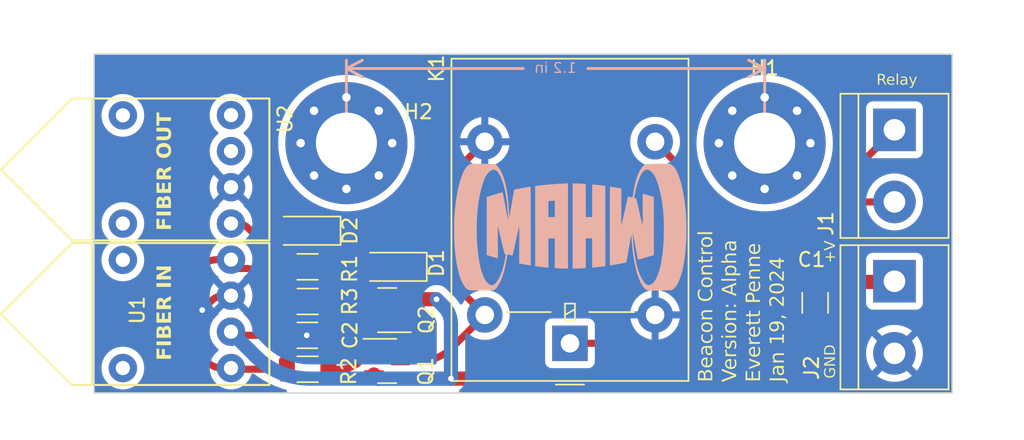
<source format=kicad_pcb>
(kicad_pcb (version 20221018) (generator pcbnew)

  (general
    (thickness 1.6)
  )

  (paper "A4")
  (layers
    (0 "F.Cu" signal)
    (31 "B.Cu" signal)
    (32 "B.Adhes" user "B.Adhesive")
    (33 "F.Adhes" user "F.Adhesive")
    (34 "B.Paste" user)
    (35 "F.Paste" user)
    (36 "B.SilkS" user "B.Silkscreen")
    (37 "F.SilkS" user "F.Silkscreen")
    (38 "B.Mask" user)
    (39 "F.Mask" user)
    (40 "Dwgs.User" user "User.Drawings")
    (41 "Cmts.User" user "User.Comments")
    (42 "Eco1.User" user "User.Eco1")
    (43 "Eco2.User" user "User.Eco2")
    (44 "Edge.Cuts" user)
    (45 "Margin" user)
    (46 "B.CrtYd" user "B.Courtyard")
    (47 "F.CrtYd" user "F.Courtyard")
    (48 "B.Fab" user)
    (49 "F.Fab" user)
    (50 "User.1" user)
    (51 "User.2" user)
    (52 "User.3" user)
    (53 "User.4" user)
    (54 "User.5" user)
    (55 "User.6" user)
    (56 "User.7" user)
    (57 "User.8" user)
    (58 "User.9" user)
  )

  (setup
    (stackup
      (layer "F.SilkS" (type "Top Silk Screen"))
      (layer "F.Paste" (type "Top Solder Paste"))
      (layer "F.Mask" (type "Top Solder Mask") (thickness 0.01))
      (layer "F.Cu" (type "copper") (thickness 0.035))
      (layer "dielectric 1" (type "core") (thickness 1.51) (material "FR4") (epsilon_r 4.5) (loss_tangent 0.02))
      (layer "B.Cu" (type "copper") (thickness 0.035))
      (layer "B.Mask" (type "Bottom Solder Mask") (thickness 0.01))
      (layer "B.Paste" (type "Bottom Solder Paste"))
      (layer "B.SilkS" (type "Bottom Silk Screen"))
      (copper_finish "None")
      (dielectric_constraints no)
    )
    (pad_to_mask_clearance 0)
    (pcbplotparams
      (layerselection 0x00010fc_ffffffff)
      (plot_on_all_layers_selection 0x0000000_00000000)
      (disableapertmacros false)
      (usegerberextensions false)
      (usegerberattributes true)
      (usegerberadvancedattributes true)
      (creategerberjobfile true)
      (dashed_line_dash_ratio 12.000000)
      (dashed_line_gap_ratio 3.000000)
      (svgprecision 4)
      (plotframeref false)
      (viasonmask false)
      (mode 1)
      (useauxorigin false)
      (hpglpennumber 1)
      (hpglpenspeed 20)
      (hpglpendiameter 15.000000)
      (dxfpolygonmode true)
      (dxfimperialunits true)
      (dxfusepcbnewfont true)
      (psnegative false)
      (psa4output false)
      (plotreference true)
      (plotvalue true)
      (plotinvisibletext false)
      (sketchpadsonfab false)
      (subtractmaskfromsilk false)
      (outputformat 1)
      (mirror false)
      (drillshape 1)
      (scaleselection 1)
      (outputdirectory "")
    )
  )

  (net 0 "")
  (net 1 "+5V")
  (net 2 "GND")
  (net 3 "Net-(D1-K)")
  (net 4 "Net-(D2-K)")
  (net 5 "Net-(J1-Pin_1)")
  (net 6 "Net-(J1-Pin_2)")
  (net 7 "Net-(Q1-B)")
  (net 8 "Net-(U2-Anode)")
  (net 9 "unconnected-(U1-Pad5)")
  (net 10 "unconnected-(U2-NC-Pad3)")
  (net 11 "unconnected-(U2-NC-Pad4)")
  (net 12 "unconnected-(U2-Pad5)")
  (net 13 "Net-(Q2-B)")
  (net 14 "Net-(U1-R_L)")

  (footprint "Diode_SMD:D_SOD-123" (layer "F.Cu") (at 81.28 51.816 180))

  (footprint "Capacitor_SMD:C_1206_3216Metric" (layer "F.Cu") (at 75.233 56.642))

  (footprint "Diode_SMD:D_SOD-123" (layer "F.Cu") (at 75.2055 49.276 180))

  (footprint "Relay_THT:Relay_SPDT_Omron-G5LE-1" (layer "F.Cu") (at 93.726 57.2055 180))

  (footprint "Resistor_SMD:R_1206_3216Metric" (layer "F.Cu") (at 75.2455 54.256))

  (footprint "Capacitor_SMD:C_1206_3216Metric" (layer "F.Cu") (at 110.998 54.356 -90))

  (footprint "MountingHole:MountingHole_4.3mm_M4_Pad_Via" (layer "F.Cu") (at 77.978 43.103))

  (footprint "TerminalBlock:TerminalBlock_bornier-2_P5.08mm" (layer "F.Cu") (at 116.586 42.164 -90))

  (footprint "Resistor_SMD:R_1206_3216Metric" (layer "F.Cu") (at 75.2455 59.0305))

  (footprint "Package_TO_SOT_SMD:SOT-23" (layer "F.Cu") (at 80.8505 58.4505))

  (footprint "Package_TO_SOT_SMD:SOT-23" (layer "F.Cu") (at 80.8505 54.8665 180))

  (footprint "Resistor_SMD:R_1206_3216Metric" (layer "F.Cu") (at 75.2455 51.816 180))

  (footprint "MountingHole:MountingHole_4.3mm_M4_Pad_Via" (layer "F.Cu") (at 107.442 43.103))

  (footprint "TerminalBlock:TerminalBlock_bornier-2_P5.08mm" (layer "F.Cu") (at 116.586 52.832 -90))

  (footprint "wham-bs-footprints:Versalink Transciever-Oscar-2022" (layer "F.Cu") (at 72.55 55.138 90))

  (footprint "wham-bs-footprints:Versalink Transciever-Oscar-2022" (layer "F.Cu") (at 72.55 44.958 90))

  (footprint "wham-bs-footprints:WHAM_LOGO_SMALLER-oscar" (layer "B.Cu") (at 93.726 49.022 180))

  (gr_rect (start 60.198 36.83) (end 120.65 60.706)
    (stroke (width 0.1) (type default)) (fill none) (layer "Edge.Cuts") (tstamp 24e53b97-1703-41bb-8a47-73527e0f93e4))
  (gr_text "Beacons, my beloved" (at 60.706 38.354) (layer "F.Cu") (tstamp 16dba6fe-2831-45ed-8a74-1ed7ef833e7f)
    (effects (font (size 1 1) (thickness 0.15)) (justify left bottom))
  )
  (gr_text "Hey!\nHow did I get here?" (at 86.36 49.784) (layer "F.Cu") (tstamp dee408f3-a550-4f60-9879-72d0e47fc035)
    (effects (font (size 1 1) (thickness 0.2) bold) (justify left bottom))
  )
  (gr_text "Beacon Control\nVersion: Alpha\nEverett Penne \nJan 19, 2024" (at 108.966 59.944 90) (layer "F.SilkS") (tstamp 1c96d779-94bf-4158-83b7-551909e75582)
    (effects (font (face "Comic Sans MS") (size 1 1) (thickness 0.15)) (justify left bottom))
    (render_cache "Beacon Control\nVersion: Alpha\nEverett Penne \nJan 19, 2024" 90
      (polygon
        (pts
          (xy 103.727667 59.335346)          (xy 103.731334 59.345093)          (xy 103.734884 59.355007)          (xy 103.738318 59.365088)
          (xy 103.741635 59.375337)          (xy 103.744836 59.385754)          (xy 103.74792 59.396337)          (xy 103.750889 59.407089)
          (xy 103.75374 59.418007)          (xy 103.756476 59.429093)          (xy 103.759095 59.440347)          (xy 103.761597 59.451768)
          (xy 103.763983 59.463356)          (xy 103.766253 59.475112)          (xy 103.768406 59.487035)          (xy 103.770443 59.499126)
          (xy 103.772364 59.511384)          (xy 103.774168 59.52381)          (xy 103.775856 59.536403)          (xy 103.777427 59.549164)
          (xy 103.778882 59.562091)          (xy 103.780221 59.575187)          (xy 103.781443 59.58845)          (xy 103.782549 59.60188)
          (xy 103.783538 59.615478)          (xy 103.784411 59.629243)          (xy 103.785167 59.643175)          (xy 103.785808 59.657275)
          (xy 103.786331 59.671543)          (xy 103.786739 59.685978)          (xy 103.78703 59.70058)          (xy 103.787204 59.71535)
          (xy 103.787263 59.730287)          (xy 103.786301 59.741266)          (xy 103.783416 59.75204)          (xy 103.778607 59.762607)
          (xy 103.773131 59.771256)          (xy 103.766319 59.779761)          (xy 103.759907 59.786463)          (xy 103.751317 59.794062)
          (xy 103.742643 59.800373)          (xy 103.733886 59.805396)          (xy 103.723267 59.809724)          (xy 103.712528 59.812197)
          (xy 103.703487 59.812841)          (xy 103.506872 59.812841)          (xy 103.49446 59.812792)          (xy 103.481406 59.812646)
          (xy 103.467708 59.812403)          (xy 103.453367 59.812063)          (xy 103.438384 59.811625)          (xy 103.422757 59.811089)
          (xy 103.406487 59.810457)          (xy 103.389574 59.809727)          (xy 103.372018 59.8089)          (xy 103.353819 59.807975)
          (xy 103.334977 59.806954)          (xy 103.315492 59.805834)          (xy 103.305509 59.805238)          (xy 103.295364 59.804618)
          (xy 103.285059 59.803973)          (xy 103.274593 59.803304)          (xy 103.263966 59.802611)          (xy 103.253179 59.801893)
          (xy 103.242231 59.801151)          (xy 103.231122 59.800385)          (xy 103.219136 59.799542)          (xy 103.207359 59.798723)
          (xy 103.195792 59.797927)          (xy 103.184433 59.797156)          (xy 103.173283 59.796409)          (xy 103.162342 59.795685)
          (xy 103.151611 59.794985)          (xy 103.141088 59.794309)          (xy 103.130774 59.793657)          (xy 103.120669 59.793029)
          (xy 103.110772 59.792424)          (xy 103.091607 59.791287)          (xy 103.073277 59.790245)          (xy 103.055783 59.789299)
          (xy 103.039125 59.788448)          (xy 103.023303 59.787692)          (xy 103.008316 59.787032)          (xy 102.994166 59.786467)
          (xy 102.98085 59.785998)          (xy 102.968371 59.785624)          (xy 102.956728 59.785345)          (xy 102.951219 59.785242)
          (xy 102.939009 59.7853)          (xy 102.925734 59.785199)          (xy 102.911394 59.784939)          (xy 102.901243 59.784678)
          (xy 102.890618 59.784346)          (xy 102.879521 59.783943)          (xy 102.86795 59.78347)          (xy 102.855905 59.782926)
          (xy 102.843388 59.782311)          (xy 102.830397 59.781626)          (xy 102.816933 59.780871)          (xy 102.802996 59.780045)
          (xy 102.788586 59.779148)          (xy 102.773702 59.77818)          (xy 102.766083 59.77767)          (xy 102.756105 59.775828)
          (xy 102.745595 59.772782)          (xy 102.735352 59.768079)          (xy 102.727282 59.762137)          (xy 102.721387 59.754956)
          (xy 102.717956 59.743193)          (xy 102.714746 59.73123)          (xy 102.711758 59.719066)          (xy 102.708991 59.706702)
          (xy 102.706446 59.694138)          (xy 102.704122 59.681374)          (xy 102.702019 59.668409)          (xy 102.700138 59.655243)
          (xy 102.698478 59.641878)          (xy 102.697039 59.628312)          (xy 102.695821 59.614545)          (xy 102.694825 59.600579)
          (xy 102.694051 59.586412)          (xy 102.693497 59.572044)          (xy 102.693165 59.557477)          (xy 102.693055 59.542709)
          (xy 102.693371 59.527634)          (xy 102.694322 59.512636)          (xy 102.695905 59.497714)          (xy 102.698123 59.482869)
          (xy 102.700973 59.4681)          (xy 102.704458 59.453407)          (xy 102.708575 59.438791)          (xy 102.713327 59.424251)
          (xy 102.718712 59.409787)          (xy 102.72473 59.3954)          (xy 102.731382 59.381088)          (xy 102.738667 59.366854)
          (xy 102.746586 59.352695)          (xy 102.755138 59.338613)          (xy 102.764324 59.324607)          (xy 102.774143 59.310678)
          (xy 102.780017 59.302774)          (xy 102.792024 59.287718)          (xy 102.804373 59.273667)          (xy 102.817066 59.260619)
          (xy 102.830103 59.248575)          (xy 102.843482 59.237534)          (xy 102.857206 59.227497)          (xy 102.871273 59.218464)
          (xy 102.885683 59.210435)          (xy 102.900437 59.203409)          (xy 102.915534 59.197387)          (xy 102.930975 59.192368)
          (xy 102.946759 59.188354)          (xy 102.962887 59.185343)          (xy 102.979358 59.183335)          (xy 102.996172 59.182332)
          (xy 103.004709 59.182206)          (xy 103.01549 59.18234)          (xy 103.026127 59.182742)          (xy 103.036621 59.183412)
          (xy 103.04697 59.184351)          (xy 103.057175 59.185557)          (xy 103.067237 59.187032)          (xy 103.077154 59.188774)
          (xy 103.086927 59.190785)          (xy 103.096556 59.193064)          (xy 103.106041 59.195611)          (xy 103.124578 59.201509)
          (xy 103.14254 59.208479)          (xy 103.159925 59.216522)          (xy 103.176734 59.225637)          (xy 103.192966 59.235825)
          (xy 103.208623 59.247085)          (xy 103.223703 59.259417)          (xy 103.231027 59.265986)          (xy 103.238207 59.272822)
          (xy 103.245242 59.279927)          (xy 103.252134 59.287299)          (xy 103.258882 59.29494)          (xy 103.265485 59.302849)
          (xy 103.271945 59.311026)          (xy 103.27826 59.319471)          (xy 103.283702 59.30679)          (xy 103.289217 59.294516)
          (xy 103.294807 59.282648)          (xy 103.300471 59.271187)          (xy 103.30621 59.260132)          (xy 103.312023 59.249484)
          (xy 103.317911 59.239242)          (xy 103.323873 59.229406)          (xy 103.329909 59.219977)          (xy 103.33602 59.210954)
          (xy 103.342205 59.202338)          (xy 103.348465 59.194128)          (xy 103.354799 59.186325)          (xy 103.361208 59.178928)
          (xy 103.37096 59.168595)          (xy 103.374248 59.165353)          (xy 103.384223 59.156187)          (xy 103.394366 59.147922)
          (xy 103.404677 59.140559)          (xy 103.415155 59.134098)          (xy 103.4258 59.128538)          (xy 103.436613 59.12388)
          (xy 103.447593 59.120123)          (xy 103.458741 59.117268)          (xy 103.470056 59.115315)          (xy 103.481538 59.114263)
          (xy 103.489286 59.114062)          (xy 103.499492 59.114414)          (xy 103.509654 59.115471)          (xy 103.519772 59.117231)
          (xy 103.529846 59.119695)          (xy 103.539876 59.122864)          (xy 103.549862 59.126736)          (xy 103.559805 59.131313)
          (xy 103.569703 59.136594)          (xy 103.579558 59.142579)          (xy 103.589369 59.149268)          (xy 103.599135 59.156661)
          (xy 103.608858 59.164758)          (xy 103.618538 59.173559)          (xy 103.628173 59.183065)          (xy 103.637764 59.193274)
          (xy 103.647311 59.204188)          (xy 103.653979 59.212028)          (xy 103.660428 59.219915)          (xy 103.666657 59.22785)
          (xy 103.672667 59.235833)          (xy 103.678457 59.243863)          (xy 103.684028 59.251941)          (xy 103.691973 59.264148)
          (xy 103.699424 59.276462)          (xy 103.706381 59.288883)          (xy 103.712845 59.301412)          (xy 103.718815 59.314048)
          (xy 103.724291 59.326791)
        )
          (pts
            (xy 102.833739 59.542953)            (xy 102.833781 59.556575)            (xy 102.83391 59.569417)            (xy 102.834125 59.581477)
            (xy 102.834425 59.592755)            (xy 102.834812 59.603253)            (xy 102.835461 59.616033)            (xy 102.836262 59.627425)
            (xy 102.837216 59.637428)            (xy 102.838623 59.647977)            (xy 102.958791 59.649443)            (xy 103.224527 59.66312)
            (xy 103.224584 59.651292)            (xy 103.224634 59.640169)            (xy 103.224676 59.629752)            (xy 103.224725 59.615451)
            (xy 103.224756 59.602739)            (xy 103.22477 59.591615)            (xy 103.224763 59.579254)            (xy 103.22471 59.567774)
            (xy 103.224527 59.558584)            (xy 103.223335 59.545786)            (xy 103.221776 59.533282)            (xy 103.219847 59.521072)
            (xy 103.217551 59.509156)            (xy 103.214886 59.497533)            (xy 103.211853 59.486204)            (xy 103.208452 59.47517)
            (xy 103.204682 59.464429)            (xy 103.200545 59.453982)            (xy 103.196038 59.443828)            (xy 103.191164 59.433969)
            (xy 103.185921 59.424403)            (xy 103.180311 59.415132)            (xy 103.174331 59.406154)            (xy 103.167984 59.39747)
            (xy 103.161268 59.38908)            (xy 103.153624 59.380503)            (xy 103.145713 59.372479)            (xy 103.137535 59.365008)
            (xy 103.129089 59.358091)            (xy 103.120377 59.351728)            (xy 103.111397 59.345917)            (xy 103.10215 59.340661)
            (xy 103.092636 59.335957)            (xy 103.082855 59.331807)            (xy 103.072806 59.32821)            (xy 103.062491 59.325166)
            (xy 103.051908 59.322676)            (xy 103.041059 59.320739)            (xy 103.029942 59.319356)            (xy 103.018558 59.318526)
            (xy 103.006907 59.318249)            (xy 102.994992 59.318885)            (xy 102.983245 59.320791)            (xy 102.971665 59.323968)
            (xy 102.960252 59.328416)            (xy 102.949008 59.334135)            (xy 102.93793 59.341124)            (xy 102.92702 59.349385)
            (xy 102.916277 59.358916)            (xy 102.909209 59.365976)            (xy 102.902214 59.373601)            (xy 102.895294 59.381791)
            (xy 102.888449 59.390545)            (xy 102.881824 59.399584)            (xy 102.875626 59.408688)            (xy 102.869856 59.417857)
            (xy 102.864513 59.42709)            (xy 102.859598 59.436388)            (xy 102.85511 59.445752)            (xy 102.851049 59.45518)
            (xy 102.847416 59.464673)            (xy 102.84421 59.474231)            (xy 102.841432 59.483854)            (xy 102.839081 59.493541)
            (xy 102.837158 59.503294)            (xy 102.835662 59.513111)            (xy 102.834593 59.522994)            (xy 102.833952 59.532941)
          )
          (pts
            (xy 103.374492 59.466016)            (xy 103.363013 59.538801)            (xy 103.363281 59.549137)            (xy 103.363819 59.559377)
            (xy 103.364234 59.565912)            (xy 103.364749 59.576397)            (xy 103.365116 59.586838)            (xy 103.365211 59.593755)
            (xy 103.365211 59.60547)            (xy 103.365211 59.617412)            (xy 103.365211 59.62958)            (xy 103.365211 59.639477)
            (xy 103.365211 59.64952)            (xy 103.365211 59.659707)            (xy 103.365211 59.67004)            (xy 103.365211 59.672646)
            (xy 103.3754 59.673148)            (xy 103.385453 59.673619)            (xy 103.395367 59.674057)            (xy 103.405145 59.674462)
            (xy 103.419553 59.67501)            (xy 103.433652 59.675484)            (xy 103.447443 59.675885)            (xy 103.460924 59.676214)
            (xy 103.474096 59.676469)            (xy 103.486958 59.676652)            (xy 103.499512 59.676761)            (xy 103.511757 59.676798)
            (xy 103.646579 59.676798)            (xy 103.646161 59.665613)            (xy 103.64567 59.654557)            (xy 103.645108 59.643633)
            (xy 103.644472 59.632838)            (xy 103.643764 59.622174)            (xy 103.642984 59.611639)            (xy 103.642131 59.601235)
            (xy 103.641205 59.590962)            (xy 103.640207 59.580818)            (xy 103.639137 59.570805)            (xy 103.637994 59.560922)
            (xy 103.636778 59.551169)            (xy 103.63413 59.532054)            (xy 103.631191 59.51346)            (xy 103.627963 59.495387)
            (xy 103.624444 59.477835)            (xy 103.620636 59.460804)            (xy 103.616537 59.444294)            (xy 103.612148 59.428305)
            (xy 103.607469 59.412836)            (xy 103.602501 59.397889)            (xy 103.597242 59.383462)            (xy 103.592471 59.371502)
            (xy 103.587075 59.359679)            (xy 103.582617 59.350902)            (xy 103.577807 59.342202)            (xy 103.572645 59.33358)
            (xy 103.567131 59.325035)            (xy 103.561265 59.316567)            (xy 103.555047 59.308176)            (xy 103.548477 59.299863)
            (xy 103.541554 59.291627)            (xy 103.535204 59.284119)            (xy 103.52721 59.275258)            (xy 103.519759 59.267709)
            (xy 103.511207 59.26012)            (xy 103.502062 59.25372)            (xy 103.492934 59.249986)            (xy 103.489531 59.249617)
            (xy 103.47957 59.251764)            (xy 103.469228 59.258204)            (xy 103.460679 59.266447)            (xy 103.454108 59.274433)
            (xy 103.447399 59.283964)            (xy 103.440552 59.295041)            (xy 103.433568 59.307663)            (xy 103.428836 59.316937)
            (xy 103.424043 59.326897)            (xy 103.419189 59.337545)            (xy 103.413691 59.349879)            (xy 103.408464 59.362154)
            (xy 103.403507 59.374368)            (xy 103.398821 59.386523)            (xy 103.394405 59.398617)            (xy 103.39026 59.410651)
            (xy 103.386385 59.422625)            (xy 103.382781 59.434539)            (xy 103.379447 59.446393)            (xy 103.376384 59.458187)
          )
      )
      (polygon
        (pts
          (xy 103.787263 58.64536)          (xy 103.786959 58.664547)          (xy 103.786049 58.683271)          (xy 103.784532 58.701534)
          (xy 103.782408 58.719335)          (xy 103.779678 58.736675)          (xy 103.77634 58.753552)          (xy 103.772396 58.769968)
          (xy 103.767845 58.785922)          (xy 103.762688 58.801414)          (xy 103.756923 58.816445)          (xy 103.750552 58.831013)
          (xy 103.743574 58.84512)          (xy 103.735989 58.858766)          (xy 103.727797 58.871949)          (xy 103.718999 58.884671)
          (xy 103.709593 58.89693)          (xy 103.698578 58.909648)          (xy 103.687024 58.921546)          (xy 103.674932 58.932622)
          (xy 103.662302 58.942879)          (xy 103.649134 58.952314)          (xy 103.635427 58.96093)          (xy 103.621183 58.968724)
          (xy 103.606401 58.975699)          (xy 103.59108 58.981853)          (xy 103.575222 58.987186)          (xy 103.558825 58.991699)
          (xy 103.54189 58.995391)          (xy 103.524417 58.998263)          (xy 103.506406 59.000314)          (xy 103.487857 59.001545)
          (xy 103.46877 59.001955)          (xy 103.457652 59.00187)          (xy 103.446648 59.001617)          (xy 103.435756 59.001195)
          (xy 103.424978 59.000604)          (xy 103.414313 58.999844)          (xy 103.40376 58.998915)          (xy 103.393321 58.997817)
          (xy 103.382995 58.996551)          (xy 103.372782 58.995116)          (xy 103.362682 58.993511)          (xy 103.352695 58.991738)
          (xy 103.342821 58.989796)          (xy 103.33306 58.987685)          (xy 103.323412 58.985405)          (xy 103.313877 58.982957)
          (xy 103.304456 58.980339)          (xy 103.285951 58.974598)          (xy 103.267899 58.968181)          (xy 103.250299 58.961088)
          (xy 103.233152 58.95332)          (xy 103.216457 58.944876)          (xy 103.200213 58.935757)          (xy 103.184423 58.925963)
          (xy 103.169084 58.915493)          (xy 103.160955 58.909554)          (xy 103.153083 58.903492)          (xy 103.14547 58.897306)
          (xy 103.131018 58.884563)          (xy 103.117598 58.871326)          (xy 103.10521 58.857595)          (xy 103.093855 58.84337)
          (xy 103.083531 58.82865)          (xy 103.074241 58.813437)          (xy 103.065982 58.797729)          (xy 103.058756 58.781527)
          (xy 103.052562 58.764831)          (xy 103.047401 58.74764)          (xy 103.043271 58.729955)          (xy 103.040175 58.711776)
          (xy 103.03811 58.693103)          (xy 103.037078 58.673936)          (xy 103.036949 58.664167)          (xy 103.0371 58.650073)
          (xy 103.037555 58.636308)          (xy 103.038314 58.622871)          (xy 103.039376 58.609762)          (xy 103.040741 58.596981)
          (xy 103.04241 58.584529)          (xy 103.044382 58.572404)          (xy 103.046657 58.560608)          (xy 103.049236 58.54914)
          (xy 103.052118 58.538)          (xy 103.055304 58.527189)          (xy 103.058793 58.516705)          (xy 103.062585 58.50655)
          (xy 103.066681 58.496723)          (xy 103.071081 58.487224)          (xy 103.075783 58.478054)          (xy 103.081998 58.467318)
          (xy 103.088614 58.457274)          (xy 103.09563 58.447923)          (xy 103.103047 58.439265)          (xy 103.110864 58.4313)
          (xy 103.119083 58.424027)          (xy 103.127702 58.417446)          (xy 103.136722 58.411559)          (xy 103.146142 58.406364)
          (xy 103.155964 58.401862)          (xy 103.166185 58.398052)          (xy 103.176808 58.394935)          (xy 103.187831 58.392511)
          (xy 103.199256 58.390779)          (xy 103.21108 58.38974)          (xy 103.223306 58.389394)          (xy 103.236246 58.390076)
          (xy 103.248963 58.392124)          (xy 103.261456 58.395538)          (xy 103.273727 58.400316)          (xy 103.285774 58.40646)
          (xy 103.297598 58.413969)          (xy 103.309198 58.422843)          (xy 103.316808 58.429518)          (xy 103.324318 58.436799)
          (xy 103.33173 58.444688)          (xy 103.339042 58.453183)          (xy 103.346254 58.462285)          (xy 103.349824 58.467063)
          (xy 103.35596 58.476817)          (xy 103.361084 58.485716)          (xy 103.366654 58.495971)          (xy 103.37267 58.507583)
          (xy 103.379133 58.520552)          (xy 103.383689 58.529952)          (xy 103.388445 58.539954)          (xy 103.393398 58.55056)
          (xy 103.39855 58.561768)          (xy 103.403901 58.57358)          (xy 103.409449 58.585994)          (xy 103.415197 58.599011)
          (xy 103.421143 58.612632)          (xy 103.536425 58.874949)          (xy 103.546447 58.86755)          (xy 103.555997 58.859825)
          (xy 103.565075 58.851773)          (xy 103.57368 58.843395)          (xy 103.581813 58.834691)          (xy 103.589474 58.825661)
          (xy 103.596662 58.816305)          (xy 103.603378 58.806622)          (xy 103.609622 58.796612)          (xy 103.615394 58.786277)
          (xy 103.618979 58.779205)          (xy 103.623912 58.768278)          (xy 103.628359 58.75702)          (xy 103.632321 58.745432)
          (xy 103.635798 58.733513)          (xy 103.638789 58.721263)          (xy 103.641296 58.708683)          (xy 103.643317 58.695772)
          (xy 103.644854 58.682531)          (xy 103.645905 58.668959)          (xy 103.646471 58.655057)          (xy 103.646579 58.645605)
          (xy 103.646312 58.633499)          (xy 103.64551 58.620875)          (xy 103.644558 58.611066)          (xy 103.643306 58.600965)
          (xy 103.641753 58.590573)          (xy 103.6399 58.579888)          (xy 103.637746 58.568911)          (xy 103.635292 58.557643)
          (xy 103.632537 58.546082)          (xy 103.629482 58.53423)          (xy 103.626712 58.52432)          (xy 103.623837 58.514862)
          (xy 103.619329 58.501523)          (xy 103.614584 58.489202)          (xy 103.609603 58.477899)          (xy 103.604386 58.467613)
          (xy 103.598933 58.458344)          (xy 103.593243 58.450093)          (xy 103.58529 58.440674)          (xy 103.576917 58.433065)
          (xy 103.572573 58.429938)          (xy 103.564273 58.424023)          (xy 103.555453 58.416478)          (xy 103.548364 58.408767)
          (xy 103.542138 58.399293)          (xy 103.538403 58.389579)          (xy 103.537158 58.379624)          (xy 103.53807 58.369398)
          (xy 103.540804 58.359662)          (xy 103.545362 58.350417)          (xy 103.551744 58.341663)          (xy 103.556209 58.336882)
          (xy 103.563576 58.330407)          (xy 103.572736 58.324547)          (xy 103.582503 58.32051)          (xy 103.592878 58.318296)
          (xy 103.600661 58.317831)          (xy 103.610558 58.318311)          (xy 103.620281 58.31975)          (xy 103.62983 58.32215)
          (xy 103.639206 58.325509)          (xy 103.648408 58.329828)          (xy 103.657436 58.335107)          (xy 103.666291 58.341346)
          (xy 103.674972 58.348544)          (xy 103.683479 58.356702)          (xy 103.691813 58.365821)          (xy 103.699973 58.375898)
          (xy 103.70796 58.386936)          (xy 103.715773 58.398934)          (xy 103.723412 58.411891)          (xy 103.730878 58.425808)
          (xy 103.73817 58.440685)          (xy 103.744115 58.45382)          (xy 103.749676 58.46691)          (xy 103.754854 58.479954)
          (xy 103.759648 58.492953)          (xy 103.764059 58.505905)          (xy 103.768086 58.518812)          (xy 103.771729 58.531673)
          (xy 103.774989 58.544488)          (xy 103.777866 58.557257)          (xy 103.780359 58.569981)          (xy 103.782468 58.582659)
          (xy 103.784194 58.59529)          (xy 103.785537 58.607877)          (xy 103.786496 58.620417)          (xy 103.787071 58.632912)
        )
          (pts
            (xy 103.177632 58.664167)            (xy 103.177868 58.674529)            (xy 103.178575 58.684672)            (xy 103.179753 58.694595)
            (xy 103.181403 58.704299)            (xy 103.184761 58.718444)            (xy 103.18918 58.732094)            (xy 103.194659 58.745251)
            (xy 103.201198 58.757914)            (xy 103.208798 58.770084)            (xy 103.217458 58.781759)            (xy 103.223821 58.789269)
            (xy 103.230655 58.796559)            (xy 103.23796 58.80363)            (xy 103.245709 58.81048)            (xy 103.253935 58.817109)
            (xy 103.262638 58.823516)            (xy 103.271819 58.829703)            (xy 103.281476 58.835667)            (xy 103.29161 58.841411)
            (xy 103.302221 58.846933)            (xy 103.313309 58.852234)            (xy 103.324875 58.857313)            (xy 103.336917 58.862172)
            (xy 103.349436 58.866808)            (xy 103.362433 58.871224)            (xy 103.375906 58.875418)            (xy 103.389857 58.879391)
            (xy 103.404284 58.883142)            (xy 103.419189 58.886672)            (xy 103.326132 58.675891)            (xy 103.319197 58.660629)
            (xy 103.312374 58.645925)            (xy 103.305664 58.631778)            (xy 103.299067 58.618188)            (xy 103.292582 58.605156)
            (xy 103.28621 58.59268)            (xy 103.27995 58.580762)            (xy 103.273803 58.569401)            (xy 103.267769 58.558597)
            (xy 103.261847 58.54835)            (xy 103.256037 58.538661)            (xy 103.25034 58.529528)            (xy 103.244756 58.520953)
            (xy 103.236591 58.509135)            (xy 103.228679 58.49857)            (xy 103.222498 58.506144)            (xy 103.216715 58.514087)
            (xy 103.211331 58.522401)            (xy 103.206346 58.531085)            (xy 103.20176 58.540139)            (xy 103.197573 58.549564)
            (xy 103.193784 58.559358)            (xy 103.190394 58.569523)            (xy 103.187403 58.580058)            (xy 103.184811 58.590963)
            (xy 103.182617 58.602238)            (xy 103.180823 58.613883)            (xy 103.179427 58.625899)            (xy 103.17843 58.638285)
            (xy 103.177832 58.651041)
          )
      )
      (polygon
        (pts
          (xy 103.802894 57.663016)          (xy 103.799459 57.673205)          (xy 103.792968 57.682835)          (xy 103.78627 57.690974)
          (xy 103.779676 57.69824)          (xy 103.771982 57.706178)          (xy 103.767723 57.710399)          (xy 103.759594 57.717848)
          (xy 103.751695 57.724809)          (xy 103.744024 57.731281)          (xy 103.734758 57.738685)          (xy 103.725849 57.745325)
          (xy 103.717298 57.751202)          (xy 103.709105 57.756316)          (xy 103.716175 57.768544)          (xy 103.722915 57.780496)
          (xy 103.729324 57.792174)          (xy 103.735403 57.803577)          (xy 103.741151 57.814706)          (xy 103.746568 57.825559)
          (xy 103.751655 57.836138)          (xy 103.756412 57.846442)          (xy 103.760837 57.856471)          (xy 103.764932 57.866226)
          (xy 103.767479 57.872576)          (xy 103.771014 57.88182)          (xy 103.775188 57.893698)          (xy 103.778742 57.905065)
          (xy 103.781679 57.915921)          (xy 103.783998 57.926265)          (xy 103.785698 57.936097)          (xy 103.786953 57.947669)
          (xy 103.787263 57.956351)          (xy 103.787175 57.966311)          (xy 103.786911 57.9761)          (xy 103.785854 57.995167)
          (xy 103.784094 58.013553)          (xy 103.78163 58.031257)          (xy 103.778461 58.048281)          (xy 103.774589 58.064623)
          (xy 103.770012 58.080284)          (xy 103.764731 58.095264)          (xy 103.758746 58.109563)          (xy 103.752057 58.123181)
          (xy 103.744664 58.136117)          (xy 103.736567 58.148372)          (xy 103.727766 58.159946)          (xy 103.71826 58.170838)
          (xy 103.708051 58.18105)          (xy 103.697137 58.19058)          (xy 103.686191 58.19898)          (xy 103.674541 58.206838)
          (xy 103.662186 58.214153)          (xy 103.649128 58.220927)          (xy 103.635365 58.227159)          (xy 103.620899 58.232849)
          (xy 103.605728 58.237998)          (xy 103.589853 58.242604)          (xy 103.573274 58.246668)          (xy 103.555991 58.250191)
          (xy 103.538004 58.253171)          (xy 103.519313 58.25561)          (xy 103.499918 58.257506)          (xy 103.489956 58.258252)
          (xy 103.479818 58.258861)          (xy 103.469504 58.259335)          (xy 103.459015 58.259674)          (xy 103.448349 58.259877)
          (xy 103.437507 58.259945)          (xy 103.427204 58.259833)          (xy 103.416995 58.259499)          (xy 103.40688 58.25894)
          (xy 103.396859 58.258159)          (xy 103.386933 58.257154)          (xy 103.3771 58.255927)          (xy 103.367361 58.254475)
          (xy 103.357716 58.252801)          (xy 103.338708 58.248782)          (xy 103.320076 58.243871)          (xy 103.301819 58.238066)
          (xy 103.283939 58.231369)          (xy 103.266435 58.223778)          (xy 103.249306 58.215294)          (xy 103.232554 58.205918)
          (xy 103.216177 58.195648)          (xy 103.200176 58.184485)          (xy 103.192317 58.178569)          (xy 103.184551 58.17243)
          (xy 103.17688 58.166067)          (xy 103.169302 58.159481)          (xy 103.161819 58.152672)          (xy 103.154429 58.145639)
          (xy 103.147202 58.138437)          (xy 103.140203 58.131148)          (xy 103.133434 58.123773)          (xy 103.126895 58.116311)
          (xy 103.120585 58.108763)          (xy 103.108653 58.093408)          (xy 103.097639 58.077708)          (xy 103.087543 58.061663)
          (xy 103.078365 58.045272)          (xy 103.070105 58.028535)          (xy 103.062762 58.011453)          (xy 103.056337 57.994026)
          (xy 103.050831 57.976254)          (xy 103.046241 57.958136)          (xy 103.04257 57.939673)          (xy 103.039817 57.920864)
          (xy 103.037981 57.90171)          (xy 103.037063 57.882211)          (xy 103.036949 57.872332)          (xy 103.037221 57.860985)
          (xy 103.038039 57.849385)          (xy 103.039402 57.837532)          (xy 103.041311 57.825426)          (xy 103.043764 57.813066)
          (xy 103.046763 57.800453)          (xy 103.050307 57.787586)          (xy 103.054397 57.774467)          (xy 103.059031 57.761094)
          (xy 103.064211 57.747467)          (xy 103.067967 57.738242)          (xy 103.072854 57.726944)          (xy 103.077867 57.716375)
          (xy 103.083006 57.706535)          (xy 103.08827 57.697423)          (xy 103.093661 57.689041)          (xy 103.101983 57.677834)
          (xy 103.110588 57.668267)          (xy 103.119476 57.66034)          (xy 103.128648 57.654053)          (xy 103.138104 57.649406)
          (xy 103.147842 57.646399)          (xy 103.157865 57.645033)          (xy 103.161268 57.644942)          (xy 103.171381 57.646043)
          (xy 103.180837 57.649347)          (xy 103.189636 57.654853)          (xy 103.194241 57.658863)          (xy 103.205318 57.661325)
          (xy 103.216359 57.663219)          (xy 103.226377 57.664631)          (xy 103.237448 57.665951)          (xy 103.249572 57.66718)
          (xy 103.259356 57.668042)          (xy 103.269733 57.668852)          (xy 103.280703 57.66961)          (xy 103.292221 57.670269)
          (xy 103.304336 57.670872)          (xy 103.317048 57.67142)          (xy 103.330357 57.671911)          (xy 103.344262 57.672347)
          (xy 103.358764 57.672727)          (xy 103.368764 57.672949)          (xy 103.379029 57.673147)          (xy 103.389559 57.67332)
          (xy 103.400354 57.673467)          (xy 103.411415 57.673591)          (xy 103.422741 57.673689)          (xy 103.434332 57.673762)
          (xy 103.444907 57.673802)          (xy 103.455199 57.673739)          (xy 103.465209 57.673573)          (xy 103.479695 57.673131)
          (xy 103.493545 57.672457)          (xy 103.50676 57.671551)          (xy 103.51934 57.670413)          (xy 103.531284 57.669044)
          (xy 103.542592 57.667442)          (xy 103.553266 57.665609)          (xy 103.563303 57.663544)          (xy 103.569642 57.662039)
          (xy 103.580591 57.65918)          (xy 103.591489 57.655854)          (xy 103.600909 57.652754)          (xy 103.611398 57.649134)
          (xy 103.622957 57.644994)          (xy 103.635584 57.640335)          (xy 103.649281 57.635157)          (xy 103.659006 57.631416)
          (xy 103.669206 57.627444)          (xy 103.679881 57.623241)          (xy 103.691031 57.618808)          (xy 103.70098 57.614867)
          (xy 103.711181 57.610526)          (xy 103.720397 57.606456)          (xy 103.727667 57.603176)          (xy 103.739391 57.599024)
          (xy 103.749397 57.599702)          (xy 103.760203 57.602208)          (xy 103.770074 57.606561)          (xy 103.77901 57.61276)
          (xy 103.78482 57.618319)          (xy 103.791863 57.627053)          (xy 103.797175 57.636371)          (xy 103.800758 57.646274)
          (xy 103.802612 57.656761)
        )
          (pts
            (xy 103.327353 57.805653)            (xy 103.317024 57.805525)            (xy 103.306367 57.805138)            (xy 103.295385 57.804494)
            (xy 103.284077 57.803593)            (xy 103.272442 57.802433)            (xy 103.268491 57.80199)            (xy 103.258467 57.800749)
            (xy 103.248241 57.799318)            (xy 103.237811 57.797696)            (xy 103.227179 57.795884)            (xy 103.216345 57.79388)
            (xy 103.205307 57.791686)            (xy 103.200836 57.790755)            (xy 103.196571 57.799948)            (xy 103.19216 57.810066)
            (xy 103.188356 57.819529)            (xy 103.184754 57.829543)            (xy 103.18325 57.83423)            (xy 103.180534 57.843836)
            (xy 103.178422 57.854055)            (xy 103.177632 57.863295)            (xy 103.177943 57.876492)            (xy 103.178877 57.889463)
            (xy 103.180432 57.902207)            (xy 103.182609 57.914723)            (xy 103.185408 57.927012)            (xy 103.188829 57.939075)
            (xy 103.192873 57.95091)            (xy 103.197538 57.962518)            (xy 103.202826 57.973899)            (xy 103.208735 57.985054)
            (xy 103.215267 57.995981)            (xy 103.22242 58.006681)            (xy 103.230196 58.017153)            (xy 103.238594 58.027399)
            (xy 103.247614 58.037418)            (xy 103.257256 58.04721)            (xy 103.267273 58.056556)            (xy 103.277482 58.065299)
            (xy 103.287881 58.073439)            (xy 103.298472 58.080976)            (xy 103.309253 58.08791)            (xy 103.320224 58.094242)
            (xy 103.331387 58.09997)            (xy 103.342741 58.105095)            (xy 103.354285 58.109617)            (xy 103.36602 58.113537)
            (xy 103.377946 58.116853)            (xy 103.390063 58.119566)            (xy 103.40237 58.121677)            (xy 103.414869 58.123184)
            (xy 103.427558 58.124089)            (xy 103.440438 58.12439)            (xy 103.45312 58.124235)            (xy 103.4654 58.123768)
            (xy 103.477277 58.122991)            (xy 103.488752 58.121902)            (xy 103.499824 58.120502)            (xy 103.510493 58.118792)
            (xy 103.52076 58.11677)            (xy 103.530624 58.114437)            (xy 103.540086 58.111794)            (xy 103.553523 58.107245)
            (xy 103.566055 58.101996)            (xy 103.577681 58.096048)            (xy 103.5884 58.0894)            (xy 103.595043 58.084579)
            (xy 103.604253 58.076762)            (xy 103.612557 58.068241)            (xy 103.619956 58.059016)            (xy 103.626448 58.049087)
            (xy 103.632034 58.038454)            (xy 103.636715 58.027117)            (xy 103.640489 58.015075)            (xy 103.643358 58.00233)
            (xy 103.645321 57.98888)            (xy 103.646377 57.974727)            (xy 103.646579 57.9649)            (xy 103.646386 57.952711)
            (xy 103.645806 57.940874)            (xy 103.64484 57.92939)            (xy 103.643488 57.918257)            (xy 103.641749 57.907476)
            (xy 103.639624 57.897048)            (xy 103.637112 57.886971)            (xy 103.634214 57.877247)            (xy 103.63093 57.867875)
            (xy 103.625949 57.855926)            (xy 103.624597 57.853036)            (xy 103.619267 57.843082)            (xy 103.613541 57.83371)
            (xy 103.608118 57.825509)            (xy 103.601947 57.816682)            (xy 103.595028 57.807229)            (xy 103.587361 57.79715)
            (xy 103.58112 57.78918)            (xy 103.576725 57.783672)            (xy 103.566396 57.785024)            (xy 103.556231 57.786333)
            (xy 103.546229 57.7876)            (xy 103.536391 57.788824)            (xy 103.517205 57.791142)            (xy 103.498674 57.793289)
            (xy 103.480798 57.795264)            (xy 103.463576 57.797067)            (xy 103.447008 57.798698)            (xy 103.431095 57.800158)
            (xy 103.415837 57.801446)            (xy 103.401233 57.802562)            (xy 103.387283 57.803507)            (xy 103.373988 57.80428)
            (xy 103.361348 57.804881)            (xy 103.349362 57.80531)            (xy 103.33803 57.805568)
          )
      )
      (polygon
        (pts
          (xy 103.787263 57.17282)          (xy 103.78694 57.190253)          (xy 103.785973 57.207319)          (xy 103.78436 57.22402)
          (xy 103.782103 57.240353)          (xy 103.779201 57.256321)          (xy 103.775653 57.271922)          (xy 103.771461 57.287156)
          (xy 103.766624 57.302025)          (xy 103.761142 57.316527)          (xy 103.755015 57.330662)          (xy 103.748243 57.344431)
          (xy 103.740826 57.357834)          (xy 103.732764 57.370871)          (xy 103.724057 57.383541)          (xy 103.714705 57.395844)
          (xy 103.704709 57.407782)          (xy 103.693655 57.41976)          (xy 103.682169 57.430966)          (xy 103.670253 57.441399)
          (xy 103.657905 57.451059)          (xy 103.645127 57.459946)          (xy 103.631917 57.46806)          (xy 103.618275 57.475402)
          (xy 103.604203 57.481971)          (xy 103.589699 57.487767)          (xy 103.574764 57.49279)          (xy 103.559397 57.49704)
          (xy 103.5436 57.500518)          (xy 103.527371 57.503223)          (xy 103.510711 57.505155)          (xy 103.49362 57.506314)
          (xy 103.476097 57.5067)          (xy 103.45915 57.506338)          (xy 103.442136 57.50525)          (xy 103.425055 57.503437)
          (xy 103.407908 57.500899)          (xy 103.390693 57.497636)          (xy 103.373412 57.493648)          (xy 103.356064 57.488935)
          (xy 103.33865 57.483497)          (xy 103.321168 57.477334)          (xy 103.30362 57.470445)          (xy 103.286005 57.462832)
          (xy 103.268323 57.454493)          (xy 103.259457 57.450052)          (xy 103.250574 57.44543)          (xy 103.241675 57.440626)
          (xy 103.232759 57.435641)          (xy 103.223826 57.430474)          (xy 103.214877 57.425127)          (xy 103.20591 57.419598)
          (xy 103.196928 57.413888)          (xy 103.187085 57.40742)          (xy 103.177555 57.400902)          (xy 103.168338 57.394332)
          (xy 103.159433 57.387712)          (xy 103.15084 57.38104)          (xy 103.14256 57.374318)          (xy 103.134592 57.367544)
          (xy 103.126937 57.360719)          (xy 103.119594 57.353843)          (xy 103.112564 57.346917)          (xy 103.09944 57.33291)
          (xy 103.087567 57.318699)          (xy 103.076943 57.304284)          (xy 103.06757 57.289665)          (xy 103.059446 57.274841)
          (xy 103.052572 57.259814)          (xy 103.046947 57.244582)          (xy 103.042573 57.229146)          (xy 103.039448 57.213506)
          (xy 103.037573 57.197661)          (xy 103.036949 57.181613)          (xy 103.037234 57.168877)          (xy 103.038091 57.155859)
          (xy 103.039518 57.142556)          (xy 103.041517 57.128971)          (xy 103.044086 57.115102)          (xy 103.047227 57.10095)
          (xy 103.049638 57.091358)          (xy 103.052302 57.081639)          (xy 103.055221 57.071795)          (xy 103.058393 57.061825)
          (xy 103.061819 57.051729)          (xy 103.065499 57.041507)          (xy 103.069433 57.031159)          (xy 103.074726 57.018442)
          (xy 103.080164 57.006544)          (xy 103.085748 56.995467)          (xy 103.091476 56.985211)          (xy 103.097349 56.975775)
          (xy 103.103367 56.96716)          (xy 103.109531 56.959365)          (xy 103.119048 56.949212)          (xy 103.128891 56.940904)
          (xy 103.13906 56.934442)          (xy 103.149556 56.929827)          (xy 103.160378 56.927058)          (xy 103.171526 56.926135)
          (xy 103.181395 56.926745)          (xy 103.192388 56.928997)          (xy 103.20282 56.932909)          (xy 103.212691 56.93848)
          (xy 103.219398 56.943476)          (xy 103.227487 56.951353)          (xy 103.23359 56.960025)          (xy 103.237705 56.969492)
          (xy 103.239834 56.979754)          (xy 103.240159 56.985974)          (xy 103.239289 56.996716)          (xy 103.236681 57.006685)
          (xy 103.232334 57.015882)          (xy 103.229168 57.020657)          (xy 103.222906 57.028823)          (xy 103.21676 57.036834)
          (xy 103.21073 57.044691)          (xy 103.20743 57.048989)          (xy 103.200446 57.05993)          (xy 103.195819 57.069193)
          (xy 103.191716 57.079362)          (xy 103.188137 57.090437)          (xy 103.185082 57.102417)          (xy 103.18255 57.115304)
          (xy 103.180542 57.129096)          (xy 103.179058 57.143794)          (xy 103.17836 57.154096)          (xy 103.177894 57.164801)
          (xy 103.177662 57.175908)          (xy 103.177632 57.181613)          (xy 103.178633 57.194743)          (xy 103.181634 57.207848)
          (xy 103.186636 57.220927)          (xy 103.191082 57.229632)          (xy 103.196417 57.238325)          (xy 103.202641 57.247007)
          (xy 103.209755 57.255678)          (xy 103.217757 57.264337)          (xy 103.226649 57.272985)          (xy 103.236431 57.281621)
          (xy 103.247101 57.290246)          (xy 103.25866 57.298859)          (xy 103.271109 57.307461)          (xy 103.284447 57.316052)
          (xy 103.29145 57.320343)          (xy 103.304377 57.327914)          (xy 103.317087 57.334997)          (xy 103.32958 57.341592)
          (xy 103.341855 57.347698)          (xy 103.353913 57.353316)          (xy 103.365753 57.358445)          (xy 103.377375 57.363085)
          (xy 103.38878 57.367237)          (xy 103.399968 57.370901)          (xy 103.410938 57.374076)          (xy 103.42169 57.376763)
          (xy 103.432225 57.378961)          (xy 103.442542 57.380671)          (xy 103.452642 57.381892)          (xy 103.462525 57.382625)
          (xy 103.472189 57.382869)          (xy 103.482371 57.382628)          (xy 103.492278 57.381903)          (xy 103.506624 57.379912)
          (xy 103.520351 57.376834)          (xy 103.53346 57.372671)          (xy 103.545951 57.367421)          (xy 103.557823 57.361084)
          (xy 103.569077 57.353662)          (xy 103.579713 57.345153)          (xy 103.589731 57.335558)          (xy 103.599131 57.324877)
          (xy 103.602127 57.321076)          (xy 103.610071 57.309978)          (xy 103.617233 57.298301)          (xy 103.623615 57.286044)
          (xy 103.629215 57.273208)          (xy 103.634033 57.259792)          (xy 103.63807 57.245796)          (xy 103.640328 57.236144)
          (xy 103.642238 57.226234)          (xy 103.6438 57.216066)          (xy 103.645016 57.205641)          (xy 103.645884 57.194958)
          (xy 103.646405 57.184018)          (xy 103.646579 57.17282)          (xy 103.646224 57.162417)          (xy 103.645159 57.151846)
          (xy 103.643384 57.141107)          (xy 103.6409 57.1302)          (xy 103.637706 57.119125)          (xy 103.633802 57.107882)
          (xy 103.629188 57.096471)          (xy 103.623864 57.084893)          (xy 103.5799 57.00527)          (xy 103.574878 56.995637)
          (xy 103.570943 56.986589)          (xy 103.568466 56.976862)          (xy 103.568421 56.975716)          (xy 103.569461 56.96493)
          (xy 103.572582 56.954799)          (xy 103.577783 56.945322)          (xy 103.585064 56.9365)          (xy 103.590159 56.931752)
          (xy 103.59845 56.925444)          (xy 103.607206 56.920441)          (xy 103.616425 56.916743)          (xy 103.626108 56.91435)
          (xy 103.636255 56.913263)          (xy 103.63974 56.91319)          (xy 103.649739 56.91412)          (xy 103.659678 56.916908)
          (xy 103.669557 56.921556)          (xy 103.679376 56.928062)          (xy 103.689135 56.936428)          (xy 103.698833 56.946652)
          (xy 103.705266 56.954501)          (xy 103.711671 56.963177)          (xy 103.71805 56.972678)          (xy 103.724402 56.983006)
          (xy 103.730728 56.99416)          (xy 103.737027 57.006141)          (xy 103.743299 57.018947)          (xy 103.748623 57.030425)
          (xy 103.753603 57.041654)          (xy 103.75824 57.052636)          (xy 103.762533 57.063369)          (xy 103.766483 57.073854)
          (xy 103.770089 57.084091)          (xy 103.773352 57.09408)          (xy 103.776272 57.103822)          (xy 103.778848 57.113315)
          (xy 103.782068 57.127089)          (xy 103.784515 57.140305)          (xy 103.786189 57.152963)          (xy 103.787091 57.165064)
        )
      )
      (polygon
        (pts
          (xy 103.787263 56.50677)          (xy 103.786931 56.521055)          (xy 103.785935 56.535091)          (xy 103.784274 56.548876)
          (xy 103.78195 56.562411)          (xy 103.778962 56.575697)          (xy 103.77531 56.588732)          (xy 103.770994 56.601518)
          (xy 103.766013 56.614054)          (xy 103.760369 56.626339)          (xy 103.754061 56.638375)          (xy 103.747088 56.65016)
          (xy 103.739452 56.661696)          (xy 103.731152 56.672982)          (xy 103.722187 56.684018)          (xy 103.712559 56.694804)
          (xy 103.702266 56.705339)          (xy 103.690227 56.716568)          (xy 103.677678 56.727111)          (xy 103.664619 56.73697)
          (xy 103.651051 56.746143)          (xy 103.636974 56.754632)          (xy 103.622387 56.762435)          (xy 103.607291 56.769553)
          (xy 103.591685 56.775987)          (xy 103.57557 56.781735)          (xy 103.558945 56.786798)          (xy 103.541811 56.791176)
          (xy 103.524167 56.79487)          (xy 103.506014 56.797878)          (xy 103.487351 56.800201)          (xy 103.468179 56.801839)
          (xy 103.458402 56.802401)          (xy 103.448498 56.802792)          (xy 103.429287 56.802944)          (xy 103.410365 56.802422)
          (xy 103.391734 56.801227)          (xy 103.373393 56.799358)          (xy 103.355342 56.796815)          (xy 103.337581 56.793599)
          (xy 103.32011 56.789709)          (xy 103.302929 56.785146)          (xy 103.286038 56.779909)          (xy 103.269437 56.773998)
          (xy 103.253126 56.767414)          (xy 103.237106 56.760157)          (xy 103.221375 56.752225)          (xy 103.205934 56.743621)
          (xy 103.190783 56.734342)          (xy 103.175923 56.72439)          (xy 103.167373 56.718317)          (xy 103.159094 56.712095)
          (xy 103.151087 56.705725)          (xy 103.143351 56.699207)          (xy 103.135886 56.69254)          (xy 103.128693 56.685725)
          (xy 103.121772 56.678761)          (xy 103.108743 56.664389)          (xy 103.0968 56.649423)          (xy 103.085942 56.633864)
          (xy 103.076171 56.617712)          (xy 103.067485 56.600966)          (xy 103.059885 56.583627)          (xy 103.05337 56.565694)
          (xy 103.047942 56.547168)          (xy 103.043599 56.528048)          (xy 103.041834 56.518266)          (xy 103.040341 56.508335)
          (xy 103.03912 56.498256)          (xy 103.03817 56.488028)          (xy 103.037491 56.477653)          (xy 103.037084 56.467128)
          (xy 103.036949 56.456456)          (xy 103.037438 56.439557)          (xy 103.038906 56.423178)          (xy 103.041354 56.407317)
          (xy 103.04478 56.391976)          (xy 103.049185 56.377153)          (xy 103.054568 56.36285)          (xy 103.060931 56.349065)
          (xy 103.068273 56.3358)          (xy 103.076593 56.323053)          (xy 103.085893 56.310826)          (xy 103.096171 56.299118)
          (xy 103.107428 56.287928)          (xy 103.119664 56.277258)          (xy 103.132879 56.267107)          (xy 103.147073 56.257474)
          (xy 103.162245 56.248361)          (xy 103.175076 56.241537)          (xy 103.188226 56.235172)          (xy 103.201698 56.229264)
          (xy 103.21549 56.223815)          (xy 103.229603 56.218823)          (xy 103.244036 56.214289)          (xy 103.25879 56.210213)
          (xy 103.273864 56.206595)          (xy 103.289259 56.203436)          (xy 103.304975 56.200734)          (xy 103.321011 56.19849)
          (xy 103.337367 56.196704)          (xy 103.354044 56.195376)          (xy 103.371042 56.194505)          (xy 103.388361 56.194093)
          (xy 103.406 56.194139)          (xy 103.424816 56.194679)          (xy 103.443285 56.195811)          (xy 103.461406 56.197534)
          (xy 103.479181 56.199848)          (xy 103.496608 56.202754)          (xy 103.513688 56.206252)          (xy 103.53042 56.210341)
          (xy 103.546806 56.215022)          (xy 103.562843 56.220294)          (xy 103.578534 56.226158)          (xy 103.593878 56.232613)
          (xy 103.608874 56.23966)          (xy 103.623523 56.247298)          (xy 103.637824 56.255528)          (xy 103.651778 56.264349)
          (xy 103.665385 56.273762)          (xy 103.680144 56.284976)          (xy 103.69395 56.296637)          (xy 103.706805 56.308744)
          (xy 103.718707 56.321298)          (xy 103.729657 56.334298)          (xy 103.739654 56.347745)          (xy 103.7487 56.361638)
          (xy 103.756793 56.375978)          (xy 103.763935 56.390764)          (xy 103.770124 56.405997)          (xy 103.775361 56.421676)
          (xy 103.779645 56.437802)          (xy 103.782978 56.454374)          (xy 103.785358 56.471393)          (xy 103.786787 56.488858)
        )
          (pts
            (xy 103.177632 56.465493)            (xy 103.177946 56.477927)            (xy 103.17901 56.490013)            (xy 103.180824 56.501749)
            (xy 103.183387 56.513135)            (xy 103.186701 56.524173)            (xy 103.190764 56.534862)            (xy 103.195578 56.545201)
            (xy 103.201141 56.555191)            (xy 103.207454 56.564832)            (xy 103.214517 56.574124)            (xy 103.22233 56.583066)
            (xy 103.230893 56.59166)            (xy 103.240205 56.599904)            (xy 103.250268 56.607799)            (xy 103.26108 56.615344)
            (xy 103.272643 56.622541)            (xy 103.282314 56.627953)            (xy 103.292156 56.633017)            (xy 103.302167 56.637731)
            (xy 103.312348 56.642096)            (xy 103.322698 56.646111)            (xy 103.333219 56.649778)            (xy 103.343909 56.653095)
            (xy 103.35477 56.656063)            (xy 103.3658 56.658682)            (xy 103.376999 56.660952)            (xy 103.388369 56.662873)
            (xy 103.399909 56.664444)            (xy 103.411618 56.665666)            (xy 103.423497 56.666539)            (xy 103.435546 56.667063)
            (xy 103.447765 56.667237)            (xy 103.459899 56.667026)            (xy 103.471693 56.66639)            (xy 103.483148 56.665331)
            (xy 103.494263 56.663849)            (xy 103.505038 56.661942)            (xy 103.515474 56.659613)            (xy 103.52557 56.656859)
            (xy 103.535326 56.653682)            (xy 103.544743 56.650081)            (xy 103.55382 56.646057)            (xy 103.562557 56.641609)
            (xy 103.575027 56.634143)            (xy 103.586732 56.625724)            (xy 103.597672 56.616351)            (xy 103.60115 56.613016)
            (xy 103.609268 56.60436)            (xy 103.616588 56.59543)            (xy 103.62311 56.586225)            (xy 103.628833 56.576745)
            (xy 103.633757 56.566991)            (xy 103.637883 56.556962)            (xy 103.641211 56.546658)            (xy 103.643739 56.536079)
            (xy 103.64547 56.525226)            (xy 103.646401 56.514097)            (xy 103.646579 56.506526)            (xy 103.646126 56.493327)
            (xy 103.644767 56.480477)            (xy 103.642502 56.467974)            (xy 103.639332 56.455819)            (xy 103.635255 56.444011)
            (xy 103.630273 56.432552)            (xy 103.624384 56.42144)            (xy 103.61759 56.410676)            (xy 103.60989 56.400259)
            (xy 103.601284 56.390191)            (xy 103.595043 56.383672)            (xy 103.587744 56.376589)            (xy 103.580133 56.369937)
            (xy 103.572212 56.363713)            (xy 103.563979 56.357919)            (xy 103.555435 56.352554)            (xy 103.54658 56.347619)
            (xy 103.537415 56.343113)            (xy 103.527938 56.339036)            (xy 103.51815 56.335389)            (xy 103.508051 56.332171)
            (xy 103.497641 56.329382)            (xy 103.48692 56.327022)            (xy 103.475888 56.325092)            (xy 103.464545 56.323592)
            (xy 103.452891 56.32252)            (xy 103.440926 56.321878)            (xy 103.424772 56.321427)            (xy 103.409129 56.321294)
            (xy 103.393997 56.32148)            (xy 103.379377 56.321985)            (xy 103.365268 56.322808)            (xy 103.351671 56.32395)
            (xy 103.338585 56.325411)            (xy 103.32601 56.32719)            (xy 103.313947 56.329288)            (xy 103.302395 56.331705)
            (xy 103.291354 56.33444)            (xy 103.280825 56.337494)            (xy 103.270807 56.340867)            (xy 103.261301 56.344558)
            (xy 103.252306 56.348568)            (xy 103.23585 56.357544)            (xy 103.22144 56.367795)            (xy 103.209075 56.37932)
            (xy 103.198756 56.39212)            (xy 103.190482 56.406194)            (xy 103.184254 56.421543)            (xy 103.180071 56.438167)
            (xy 103.177934 56.456066)
          )
      )
      (polygon
        (pts
          (xy 103.787263 55.501711)          (xy 103.786726 55.51234)          (xy 103.785116 55.522064)          (xy 103.7813 55.53362)
          (xy 103.775575 55.543565)          (xy 103.767943 55.5519)          (xy 103.758402 55.558624)          (xy 103.746953 55.563738)
          (xy 103.737114 55.566516)          (xy 103.726202 55.568389)          (xy 103.583808 55.587684)          (xy 103.56965 55.589386)
          (xy 103.555658 55.590921)          (xy 103.541835 55.592289)          (xy 103.528178 55.593489)          (xy 103.514689 55.594521)
          (xy 103.501368 55.595386)          (xy 103.488214 55.596084)          (xy 103.475227 55.596614)          (xy 103.462408 55.596977)
          (xy 103.449756 55.597172)          (xy 103.441415 55.59721)          (xy 103.43079 55.597057)          (xy 103.420738 55.596742)
          (xy 103.4089 55.596255)          (xy 103.39767 55.595719)          (xy 103.387794 55.595204)          (xy 103.379866 55.594767)
          (xy 103.369336 55.594195)          (xy 103.357302 55.593586)          (xy 103.34652 55.593097)          (xy 103.335234 55.592668)
          (xy 103.324346 55.592384)          (xy 103.318072 55.592325)          (xy 103.301066 55.592539)          (xy 103.285157 55.593183)
          (xy 103.270345 55.594257)          (xy 103.25663 55.595759)          (xy 103.244012 55.597691)          (xy 103.232492 55.600053)
          (xy 103.222068 55.602843)          (xy 103.212742 55.606063)          (xy 103.20081 55.611698)          (xy 103.191347 55.618299)
          (xy 103.184353 55.625866)          (xy 103.178867 55.637458)          (xy 103.177632 55.647279)          (xy 103.178412 55.661645)
          (xy 103.180749 55.67589)          (xy 103.184646 55.690015)          (xy 103.188109 55.699365)          (xy 103.192265 55.708662)
          (xy 103.197113 55.717905)          (xy 103.202655 55.727094)          (xy 103.208889 55.73623)          (xy 103.215815 55.745313)
          (xy 103.223434 55.754343)          (xy 103.231746 55.763319)          (xy 103.240751 55.772241)          (xy 103.250448 55.78111)
          (xy 103.260838 55.789926)          (xy 103.266293 55.794314)          (xy 103.276535 55.802113)          (xy 103.28711 55.809697)
          (xy 103.29802 55.817065)          (xy 103.309264 55.824218)          (xy 103.320842 55.831155)          (xy 103.332753 55.837877)
          (xy 103.344999 55.844382)          (xy 103.357578 55.850673)          (xy 103.370492 55.856747)          (xy 103.383739 55.862606)
          (xy 103.39732 55.868249)          (xy 103.411235 55.873677)          (xy 103.425485 55.878889)          (xy 103.440068 55.883886)
          (xy 103.454985 55.888667)          (xy 103.470235 55.893232)          (xy 103.480416 55.893819)          (xy 103.491542 55.894663)
          (xy 103.501534 55.895563)          (xy 103.512183 55.896643)          (xy 103.523488 55.897901)          (xy 103.535448 55.899338)
          (xy 103.545781 55.900534)          (xy 103.556018 55.901528)          (xy 103.56616 55.902318)          (xy 103.576206 55.902906)
          (xy 103.586157 55.903291)          (xy 103.596013 55.903474)          (xy 103.599928 55.90349)          (xy 103.611194 55.903231)
          (xy 103.621286 55.902695)          (xy 103.632787 55.901868)          (xy 103.643446 55.900956)          (xy 103.655083 55.899841)
          (xy 103.660012 55.899338)          (xy 103.672035 55.898142)          (xy 103.683067 55.897148)          (xy 103.69311 55.896358)
          (xy 103.703855 55.895676)          (xy 103.714589 55.895251)          (xy 103.719852 55.895186)          (xy 103.730714 55.895856)
          (xy 103.740769 55.897865)          (xy 103.750017 55.901214)          (xy 103.759786 55.906814)          (xy 103.768456 55.914237)
          (xy 103.774847 55.921667)          (xy 103.780632 55.931291)          (xy 103.784618 55.941943)          (xy 103.786601 55.951892)
          (xy 103.787263 55.962597)          (xy 103.786601 55.973542)          (xy 103.784618 55.983663)          (xy 103.781312 55.992959)
          (xy 103.775784 56.002763)          (xy 103.768456 56.011445)          (xy 103.759679 56.018583)          (xy 103.749803 56.023968)
          (xy 103.740463 56.027188)          (xy 103.730317 56.02912)          (xy 103.719363 56.029764)          (xy 103.708082 56.030054)
          (xy 103.697958 56.030652)          (xy 103.686409 56.031576)          (xy 103.675696 56.032596)          (xy 103.663993 56.033842)
          (xy 103.659035 56.034404)          (xy 103.649273 56.035435)          (xy 103.637951 56.036529)          (xy 103.627606 56.03741)
          (xy 103.616483 56.038182)          (xy 103.605287 56.038693)          (xy 103.598463 56.038801)          (xy 103.585033 56.038715)
          (xy 103.570662 56.038457)          (xy 103.560559 56.03819)          (xy 103.550039 56.037847)          (xy 103.5391 56.037427)
          (xy 103.527744 56.036931)          (xy 103.51597 56.036358)          (xy 103.503778 56.035709)          (xy 103.491168 56.034984)
          (xy 103.47814 56.034183)          (xy 103.464694 56.033305)          (xy 103.45083 56.032351)          (xy 103.436549 56.031321)
          (xy 103.42185 56.030214)          (xy 103.406732 56.029031)          (xy 103.391614 56.027818)          (xy 103.376912 56.026684)
          (xy 103.362625 56.025628)          (xy 103.348755 56.02465)          (xy 103.335301 56.02375)          (xy 103.322262 56.022929)
          (xy 103.30964 56.022185)          (xy 103.297434 56.02152)          (xy 103.285643 56.020934)          (xy 103.274269 56.020425)
          (xy 103.26331 56.019995)          (xy 103.252768 56.019643)          (xy 103.242641 56.019369)          (xy 103.228231 56.019105)
          (xy 103.214757 56.019017)          (xy 103.204361 56.019134)          (xy 103.193868 56.01942)          (xy 103.184009 56.01979)
          (xy 103.173136 56.020279)          (xy 103.161249 56.020887)          (xy 103.15101 56.021459)          (xy 103.140771 56.021975)
          (xy 103.128884 56.022522)          (xy 103.118011 56.022962)          (xy 103.108152 56.023295)          (xy 103.097659 56.023552)
          (xy 103.087263 56.023658)          (xy 103.076741 56.022971)          (xy 103.066975 56.02091)          (xy 103.056537 56.016769)
          (xy 103.047127 56.010758)          (xy 103.039879 56.004118)          (xy 103.033571 55.996465)          (xy 103.027861 55.986711)
          (xy 103.023927 55.976068)          (xy 103.02197 55.96624)          (xy 103.021317 55.955758)          (xy 103.022113 55.944397)
          (xy 103.024503 55.934037)          (xy 103.028485 55.924676)          (xy 103.03406 55.916317)          (xy 103.041227 55.908957)
          (xy 103.049988 55.902598)          (xy 103.060341 55.897239)          (xy 103.072287 55.892881)          (xy 103.085826 55.889523)
          (xy 103.095737 55.88784)          (xy 103.106356 55.886601)          (xy 103.111931 55.886149)          (xy 103.193264 55.884195)
          (xy 103.183647 55.876984)          (xy 103.174335 55.86976)          (xy 103.165329 55.862524)          (xy 103.156628 55.855275)
          (xy 103.148232 55.848014)          (xy 103.140141 55.840741)          (xy 103.132356 55.833455)          (xy 103.124876 55.826157)
          (xy 103.117701 55.818846)          (xy 103.110832 55.811523)          (xy 103.104268 55.804188)          (xy 103.092056 55.78948)
          (xy 103.081065 55.774722)          (xy 103.071295 55.759915)          (xy 103.062747 55.745058)          (xy 103.055419 55.730152)
          (xy 103.049313 55.715196)          (xy 103.044428 55.70019)          (xy 103.040765 55.685135)          (xy 103.038322 55.67003)
          (xy 103.037101 55.654875)          (xy 103.036949 55.647279)          (xy 103.037311 55.633801)          (xy 103.038399 55.620844)
          (xy 103.040211 55.608408)          (xy 103.042749 55.596492)          (xy 103.046012 55.585098)          (xy 103.05 55.574224)
          (xy 103.054713 55.563871)          (xy 103.060152 55.55404)          (xy 103.066315 55.544729)          (xy 103.073203 55.535939)
          (xy 103.080817 55.52767)          (xy 103.089155 55.519922)          (xy 103.098219 55.512695)          (xy 103.108008 55.505989)
          (xy 103.118522 55.499803)          (xy 103.129761 55.494139)          (xy 103.141869 55.488834)          (xy 103.15502 55.484001)
          (xy 103.164367 55.481042)          (xy 103.174178 55.478292)          (xy 103.184452 55.475752)          (xy 103.19519 55.473422)
          (xy 103.206392 55.471302)          (xy 103.218057 55.469392)          (xy 103.230187 55.467692)          (xy 103.242779 55.466202)
          (xy 103.255836 55.464922)          (xy 103.269356 55.463851)          (xy 103.28334 55.46299)          (xy 103.297788 55.46234)
          (xy 103.312699 55.461899)          (xy 103.379133 55.461899)          (xy 103.440438 55.462632)          (xy 103.450975 55.462503)
          (xy 103.46207 55.462117)          (xy 103.473724 55.461473)          (xy 103.485936 55.460571)          (xy 103.498705 55.459412)
          (xy 103.512033 55.457995)          (xy 103.525919 55.456321)          (xy 103.540364 55.454389)          (xy 103.550303 55.452957)
          (xy 103.560491 55.451412)          (xy 103.570926 55.449752)          (xy 103.58161 55.447977)          (xy 103.592291 55.446173)
          (xy 103.602718 55.444485)          (xy 103.612891 55.442914)          (xy 103.622811 55.441459)          (xy 103.637214 55.439495)
          (xy 103.651047 55.437792)          (xy 103.664308 55.436352)          (xy 103.676998 55.435174)          (xy 103.689118 55.434257)
          (xy 103.700666 55.433602)          (xy 103.711643 55.433209)          (xy 103.72205 55.433078)          (xy 103.732563 55.433765)
          (xy 103.742303 55.435826)          (xy 103.75269 55.439967)          (xy 103.762024 55.445977)          (xy 103.769189 55.452618)
          (xy 103.775331 55.460297)          (xy 103.780891 55.470146)          (xy 103.78428 55.479351)          (xy 103.786398 55.48926)
          (xy 103.787245 55.499873)
        )
      )
      (polygon
        (pts
          (xy 102.974422 54.214795)          (xy 102.97364 54.225442)          (xy 102.971293 54.235403)          (xy 102.967381 54.244677)
          (xy 102.961905 54.253263)          (xy 102.954864 54.261163)          (xy 102.946258 54.268376)          (xy 102.936088 54.274902)
          (xy 102.924353 54.280741)          (xy 102.91419 54.285519)          (xy 102.905073 54.290205)          (xy 102.895147 54.295934)
          (xy 102.886855 54.30152)          (xy 102.879061 54.308035)          (xy 102.872329 54.3164)          (xy 102.869123 54.326277)
          (xy 102.86732 54.33719)          (xy 102.866211 54.348581)          (xy 102.865581 54.359196)          (xy 102.86518 54.371146)
          (xy 102.86503 54.380986)          (xy 102.865002 54.387963)          (xy 102.865615 54.400476)          (xy 102.867455 54.413162)
          (xy 102.870523 54.426022)          (xy 102.874817 54.439056)          (xy 102.880338 54.452263)          (xy 102.887086 54.465644)
          (xy 102.895062 54.479198)          (xy 102.904264 54.492927)          (xy 102.914693 54.506828)          (xy 102.926349 54.520904)
          (xy 102.939231 54.535153)          (xy 102.946133 54.542343)          (xy 102.953341 54.549576)          (xy 102.960856 54.556852)
          (xy 102.968678 54.564172)          (xy 102.976806 54.571535)          (xy 102.985242 54.578942)          (xy 102.993984 54.586392)
          (xy 103.003032 54.593886)          (xy 103.012388 54.601423)          (xy 103.02205 54.609003)          (xy 103.035202 54.619146)
          (xy 103.048312 54.628967)          (xy 103.061378 54.638466)          (xy 103.074402 54.647643)          (xy 103.087382 54.656498)
          (xy 103.10032 54.665031)          (xy 103.113215 54.673242)          (xy 103.126067 54.681131)          (xy 103.138876 54.688698)
          (xy 103.151642 54.695943)          (xy 103.164365 54.702866)          (xy 103.177045 54.709467)          (xy 103.189682 54.715746)
          (xy 103.202276 54.721703)          (xy 103.214827 54.727338)          (xy 103.227336 54.732651)          (xy 103.239801 54.737642)
          (xy 103.252224 54.742311)          (xy 103.264603 54.746658)          (xy 103.27694 54.750683)          (xy 103.289234 54.754386)
          (xy 103.301485 54.757767)          (xy 103.313692 54.760826)          (xy 103.325857 54.763563)          (xy 103.337979 54.765978)
          (xy 103.350058 54.768071)          (xy 103.362094 54.769842)          (xy 103.374088 54.771291)          (xy 103.386038 54.772418)
          (xy 103.397945 54.773223)          (xy 103.40981 54.773706)          (xy 103.421631 54.773867)          (xy 103.432949 54.773645)
          (xy 103.444067 54.772978)          (xy 103.454985 54.771866)          (xy 103.465702 54.77031)          (xy 103.476218 54.768309)
          (xy 103.486535 54.765864)          (xy 103.496651 54.762974)          (xy 103.506566 54.75964)          (xy 103.516282 54.755861)
          (xy 103.525797 54.751637)          (xy 103.535111 54.746969)          (xy 103.544226 54.741856)          (xy 103.55314 54.736298)
          (xy 103.561853 54.730296)          (xy 103.570366 54.72385)          (xy 103.578679 54.716958)          (xy 103.586901 54.709567)
          (xy 103.594593 54.701987)          (xy 103.601754 54.694218)          (xy 103.608385 54.68626)          (xy 103.614486 54.678113)
          (xy 103.620055 54.669777)          (xy 103.625095 54.661253)          (xy 103.629604 54.652539)          (xy 103.635373 54.639115)
          (xy 103.639948 54.625265)          (xy 103.64333 54.610991)          (xy 103.644921 54.601238)          (xy 103.645982 54.591297)
          (xy 103.646512 54.581166)          (xy 103.646579 54.57603)          (xy 103.646272 54.562787)          (xy 103.645351 54.549526)
          (xy 103.643816 54.536248)          (xy 103.641667 54.522953)          (xy 103.638904 54.509641)          (xy 103.635528 54.496312)
          (xy 103.631537 54.482965)          (xy 103.626932 54.469601)          (xy 103.621714 54.456221)          (xy 103.615881 54.442822)
          (xy 103.611652 54.433881)          (xy 103.606107 54.423264)          (xy 103.601162 54.41443)          (xy 103.595542 54.404848)
          (xy 103.589249 54.39452)          (xy 103.582282 54.383445)          (xy 103.57464 54.371622)          (xy 103.569172 54.363326)
          (xy 103.563403 54.354697)          (xy 103.557335 54.345736)          (xy 103.550968 54.336444)          (xy 103.544301 54.326819)
          (xy 103.537334 54.316862)          (xy 103.533739 54.311759)          (xy 103.527213 54.302287)          (xy 103.521557 54.293411)
          (xy 103.515711 54.283152)          (xy 103.511224 54.273824)          (xy 103.507635 54.263857)          (xy 103.505922 54.253923)
          (xy 103.505895 54.252653)          (xy 103.506668 54.241914)          (xy 103.508986 54.231862)          (xy 103.51285 54.222496)
          (xy 103.51826 54.213818)          (xy 103.525215 54.205827)          (xy 103.527877 54.203316)          (xy 103.536209 54.196509)
          (xy 103.544901 54.191111)          (xy 103.553954 54.187121)          (xy 103.564972 54.184246)          (xy 103.574807 54.183307)
          (xy 103.576481 54.183288)          (xy 103.587581 54.184206)          (xy 103.598165 54.186963)          (xy 103.608234 54.191557)
          (xy 103.617789 54.197988)          (xy 103.625357 54.204751)          (xy 103.629726 54.209422)          (xy 103.639418 54.220753)
          (xy 103.648803 54.232092)          (xy 103.657879 54.243441)          (xy 103.666649 54.254797)          (xy 103.67511 54.266163)
          (xy 103.683264 54.277537)          (xy 103.69111 54.288919)          (xy 103.698648 54.300311)          (xy 103.705879 54.31171)
          (xy 103.712802 54.323119)          (xy 103.719417 54.334536)          (xy 103.725725 54.345961)          (xy 103.731725 54.357395)
          (xy 103.737417 54.368838)          (xy 103.742802 54.380289)          (xy 103.747878 54.391749)          (xy 103.752648 54.403217)
          (xy 103.757109 54.414694)          (xy 103.761263 54.42618)          (xy 103.765109 54.437674)          (xy 103.768647 54.449177)
          (xy 103.771878 54.460688)          (xy 103.774801 54.472208)          (xy 103.777417 54.483737)          (xy 103.779724 54.495274)
          (xy 103.781724 54.50682)          (xy 103.783416 54.518374)          (xy 103.784801 54.529937)          (xy 103.785878 54.541508)
          (xy 103.786647 54.553089)          (xy 103.787109 54.564677)          (xy 103.787263 54.576274)          (xy 103.786827 54.593871)
          (xy 103.785519 54.611125)          (xy 103.783338 54.628035)          (xy 103.780286 54.644601)          (xy 103.776362 54.660824)
          (xy 103.771566 54.676704)          (xy 103.765898 54.69224)          (xy 103.759358 54.707433)          (xy 103.751946 54.722282)
          (xy 103.743661 54.736788)          (xy 103.734505 54.75095)          (xy 103.724477 54.764769)          (xy 103.713577 54.778244)
          (xy 103.701804 54.791376)          (xy 103.68916 54.804164)          (xy 103.675644 54.816609)          (xy 103.661996 54.828085)
          (xy 103.64804 54.83882)          (xy 103.633778 54.848815)          (xy 103.619208 54.85807)          (xy 103.604331 54.866584)
          (xy 103.589147 54.874358)          (xy 103.573656 54.881391)          (xy 103.557857 54.887684)          (xy 103.541752 54.893237)
          (xy 103.525339 54.898049)          (xy 103.508619 54.902121)          (xy 103.491591 54.905453)          (xy 103.474257 54.908044)
          (xy 103.456615 54.909895)          (xy 103.438666 54.911005)          (xy 103.42041 54.911376)          (xy 103.40553 54.911185)
          (xy 103.390627 54.910613)          (xy 103.3757 54.90966)          (xy 103.36075 54.908326)          (xy 103.345776 54.906611)
          (xy 103.330779 54.904515)          (xy 103.315759 54.902037)          (xy 103.300716 54.899179)          (xy 103.285649 54.895939)
          (xy 103.270558 54.892318)          (xy 103.255445 54.888316)          (xy 103.240307 54.883933)          (xy 103.225147 54.879168)
          (xy 103.209963 54.874023)          (xy 103.194756 54.868496)          (xy 103.179525 54.862588)          (xy 103.164271 54.856299)
          (xy 103.148994 54.849629)          (xy 103.133693 54.842578)          (xy 103.118369 54.835145)          (xy 103.103022 54.827332)
          (xy 103.087651 54.819137)          (xy 103.072257 54.810561)          (xy 103.056839 54.801604)          (xy 103.041398 54.792266)
          (xy 103.025934 54.782546)          (xy 103.010446 54.772446)          (xy 102.994935 54.761964)          (xy 102.979401 54.751101)
          (xy 102.963843 54.739857)          (xy 102.948261 54.728232)          (xy 102.932657 54.716226)          (xy 102.919839 54.706056)
          (xy 102.907428 54.695881)          (xy 102.895424 54.6857)          (xy 102.883827 54.675513)          (xy 102.872637 54.665321)
          (xy 102.861854 54.655123)          (xy 102.851478 54.644919)          (xy 102.841508 54.63471)          (xy 102.831946 54.624494)
          (xy 102.822791 54.614273)          (xy 102.814042 54.604047)          (xy 102.8057 54.593814)          (xy 102.797765 54.583576)
          (xy 102.790238 54.573332)          (xy 102.783117 54.563082)          (xy 102.776403 54.552827)          (xy 102.770095 54.542566)
          (xy 102.764195 54.532299)          (xy 102.758702 54.522027)          (xy 102.753615 54.511749)          (xy 102.748936 54.501465)
          (xy 102.744663 54.491175)          (xy 102.740798 54.480879)          (xy 102.737339 54.470578)          (xy 102.734287 54.460271)
          (xy 102.731642 54.449959)          (xy 102.729404 54.439641)          (xy 102.727573 54.429317)          (xy 102.726149 54.418987)
          (xy 102.725132 54.408651)          (xy 102.724521 54.39831)          (xy 102.724318 54.387963)          (xy 102.724395 54.377603)
          (xy 102.724628 54.367589)          (xy 102.725112 54.356028)          (xy 102.725818 54.344966)          (xy 102.726749 54.334402)
          (xy 102.727493 54.327635)          (xy 102.728729 54.317783)          (xy 102.730519 54.306854)          (xy 102.732683 54.296532)
          (xy 102.735221 54.286819)          (xy 102.737263 54.280252)          (xy 102.72903 54.27235)          (xy 102.722193 54.263756)
          (xy 102.716751 54.254471)          (xy 102.712705 54.244493)          (xy 102.710054 54.233825)          (xy 102.708798 54.222464)
          (xy 102.708686 54.217726)          (xy 102.709629 54.206426)          (xy 102.712457 54.196217)          (xy 102.71717 54.1871)
          (xy 102.723768 54.179075)          (xy 102.732252 54.17214)          (xy 102.742621 54.166298)          (xy 102.754875 54.161546)
          (xy 102.765303 54.158699)          (xy 102.769014 54.157886)          (xy 102.779304 54.155922)          (xy 102.790023 54.154151)
          (xy 102.801171 54.152573)          (xy 102.812749 54.151189)          (xy 102.824756 54.149997)          (xy 102.837192 54.148999)
          (xy 102.850058 54.148194)          (xy 102.863353 54.147582)          (xy 102.877077 54.147164)          (xy 102.891231 54.146938)
          (xy 102.900905 54.146896)          (xy 102.91084 54.147428)          (xy 102.921845 54.149395)          (xy 102.932218 54.152811)
          (xy 102.94196 54.157676)          (xy 102.948533 54.162039)          (xy 102.957331 54.169549)          (xy 102.964309 54.178159)
          (xy 102.969467 54.187867)          (xy 102.972804 54.198675)          (xy 102.974195 54.208521)
        )
      )
      (polygon
        (pts
          (xy 103.787263 53.777112)          (xy 103.786931 53.791397)          (xy 103.785935 53.805433)          (xy 103.784274 53.819218)
          (xy 103.78195 53.832753)          (xy 103.778962 53.846039)          (xy 103.77531 53.859074)          (xy 103.770994 53.87186)
          (xy 103.766013 53.884396)          (xy 103.760369 53.896681)          (xy 103.754061 53.908717)          (xy 103.747088 53.920502)
          (xy 103.739452 53.932038)          (xy 103.731152 53.943324)          (xy 103.722187 53.95436)          (xy 103.712559 53.965145)
          (xy 103.702266 53.975681)          (xy 103.690227 53.98691)          (xy 103.677678 53.997453)          (xy 103.664619 54.007312)
          (xy 103.651051 54.016485)          (xy 103.636974 54.024974)          (xy 103.622387 54.032777)          (xy 103.607291 54.039895)
          (xy 103.591685 54.046329)          (xy 103.57557 54.052077)          (xy 103.558945 54.05714)          (xy 103.541811 54.061518)
          (xy 103.524167 54.065212)          (xy 103.506014 54.06822)          (xy 103.487351 54.070543)          (xy 103.468179 54.072181)
          (xy 103.458402 54.072743)          (xy 103.448498 54.073134)          (xy 103.429287 54.073286)          (xy 103.410365 54.072764)
          (xy 103.391734 54.071569)          (xy 103.373393 54.0697)          (xy 103.355342 54.067157)          (xy 103.337581 54.063941)
          (xy 103.32011 54.060051)          (xy 103.302929 54.055488)          (xy 103.286038 54.050251)          (xy 103.269437 54.04434)
          (xy 103.253126 54.037756)          (xy 103.237106 54.030499)          (xy 103.221375 54.022567)          (xy 103.205934 54.013963)
          (xy 103.190783 54.004684)          (xy 103.175923 53.994732)          (xy 103.167373 53.988659)          (xy 103.159094 53.982437)
          (xy 103.151087 53.976067)          (xy 103.143351 53.969549)          (xy 103.135886 53.962882)          (xy 103.128693 53.956066)
          (xy 103.121772 53.949103)          (xy 103.108743 53.934731)          (xy 103.0968 53.919765)          (xy 103.085942 53.904206)
          (xy 103.076171 53.888054)          (xy 103.067485 53.871308)          (xy 103.059885 53.853968)          (xy 103.05337 53.836036)
          (xy 103.047942 53.817509)          (xy 103.043599 53.79839)          (xy 103.041834 53.788607)          (xy 103.040341 53.778677)
          (xy 103.03912 53.768598)          (xy 103.03817 53.75837)          (xy 103.037491 53.747994)          (xy 103.037084 53.73747)
          (xy 103.036949 53.726798)          (xy 103.037438 53.709899)          (xy 103.038906 53.69352)          (xy 103.041354 53.677659)
          (xy 103.04478 53.662318)          (xy 103.049185 53.647495)          (xy 103.054568 53.633192)          (xy 103.060931 53.619407)
          (xy 103.068273 53.606142)          (xy 103.076593 53.593395)          (xy 103.085893 53.581168)          (xy 103.096171 53.56946)
          (xy 103.107428 53.55827)          (xy 103.119664 53.5476)          (xy 103.132879 53.537449)          (xy 103.147073 53.527816)
          (xy 103.162245 53.518703)          (xy 103.175076 53.511879)          (xy 103.188226 53.505514)          (xy 103.201698 53.499606)
          (xy 103.21549 53.494157)          (xy 103.229603 53.489165)          (xy 103.244036 53.484631)          (xy 103.25879 53.480555)
          (xy 103.273864 53.476937)          (xy 103.289259 53.473778)          (xy 103.304975 53.471076)          (xy 103.321011 53.468832)
          (xy 103.337367 53.467046)          (xy 103.354044 53.465717)          (xy 103.371042 53.464847)          (xy 103.388361 53.464435)
          (xy 103.406 53.464481)          (xy 103.424816 53.465021)          (xy 103.443285 53.466153)          (xy 103.461406 53.467876)
          (xy 103.479181 53.47019)          (xy 103.496608 53.473096)          (xy 103.513688 53.476594)          (xy 103.53042 53.480683)
          (xy 103.546806 53.485364)          (xy 103.562843 53.490636)          (xy 103.578534 53.4965)          (xy 103.593878 53.502955)
          (xy 103.608874 53.510002)          (xy 103.623523 53.51764)          (xy 103.637824 53.52587)          (xy 103.651778 53.534691)
          (xy 103.665385 53.544104)          (xy 103.680144 53.555318)          (xy 103.69395 53.566979)          (xy 103.706805 53.579086)
          (xy 103.718707 53.59164)          (xy 103.729657 53.60464)          (xy 103.739654 53.618087)          (xy 103.7487 53.63198)
          (xy 103.756793 53.64632)          (xy 103.763935 53.661106)          (xy 103.770124 53.676339)          (xy 103.775361 53.692018)
          (xy 103.779645 53.708144)          (xy 103.782978 53.724716)          (xy 103.785358 53.741735)          (xy 103.786787 53.7592)
        )
          (pts
            (xy 103.177632 53.735835)            (xy 103.177946 53.748269)            (xy 103.17901 53.760355)            (xy 103.180824 53.772091)
            (xy 103.183387 53.783477)            (xy 103.186701 53.794515)            (xy 103.190764 53.805204)            (xy 103.195578 53.815543)
            (xy 103.201141 53.825533)            (xy 103.207454 53.835174)            (xy 103.214517 53.844466)            (xy 103.22233 53.853408)
            (xy 103.230893 53.862002)            (xy 103.240205 53.870246)            (xy 103.250268 53.878141)            (xy 103.26108 53.885686)
            (xy 103.272643 53.892883)            (xy 103.282314 53.898295)            (xy 103.292156 53.903359)            (xy 103.302167 53.908073)
            (xy 103.312348 53.912438)            (xy 103.322698 53.916453)            (xy 103.333219 53.92012)            (xy 103.343909 53.923437)
            (xy 103.35477 53.926405)            (xy 103.3658 53.929024)            (xy 103.376999 53.931294)            (xy 103.388369 53.933215)
            (xy 103.399909 53.934786)            (xy 103.411618 53.936008)            (xy 103.423497 53.936881)            (xy 103.435546 53.937405)
            (xy 103.447765 53.937579)            (xy 103.459899 53.937368)            (xy 103.471693 53.936732)            (xy 103.483148 53.935673)
            (xy 103.494263 53.934191)            (xy 103.505038 53.932284)            (xy 103.515474 53.929954)            (xy 103.52557 53.927201)
            (xy 103.535326 53.924024)            (xy 103.544743 53.920423)            (xy 103.55382 53.916399)            (xy 103.562557 53.911951)
            (xy 103.575027 53.904485)            (xy 103.586732 53.896066)            (xy 103.597672 53.886693)            (xy 103.60115 53.883357)
            (xy 103.609268 53.874702)            (xy 103.616588 53.865772)            (xy 103.62311 53.856567)            (xy 103.628833 53.847087)
            (xy 103.633757 53.837333)            (xy 103.637883 53.827304)            (xy 103.641211 53.817)            (xy 103.643739 53.806421)
            (xy 103.64547 53.795567)            (xy 103.646401 53.784439)            (xy 103.646579 53.776868)            (xy 103.646126 53.763669)
            (xy 103.644767 53.750819)            (xy 103.642502 53.738316)            (xy 103.639332 53.726161)            (xy 103.635255 53.714353)
            (xy 103.630273 53.702894)            (xy 103.624384 53.691782)            (xy 103.61759 53.681018)            (xy 103.60989 53.670601)
            (xy 103.601284 53.660533)            (xy 103.595043 53.654013)            (xy 103.587744 53.646931)            (xy 103.580133 53.640279)
            (xy 103.572212 53.634055)            (xy 103.563979 53.628261)            (xy 103.555435 53.622896)            (xy 103.54658 53.617961)
            (xy 103.537415 53.613455)            (xy 103.527938 53.609378)            (xy 103.51815 53.605731)            (xy 103.508051 53.602513)
            (xy 103.497641 53.599724)            (xy 103.48692 53.597364)            (xy 103.475888 53.595434)            (xy 103.464545 53.593934)
            (xy 103.452891 53.592862)            (xy 103.440926 53.59222)            (xy 103.424772 53.591769)            (xy 103.409129 53.591636)
            (xy 103.393997 53.591822)            (xy 103.379377 53.592327)            (xy 103.365268 53.59315)            (xy 103.351671 53.594292)
            (xy 103.338585 53.595753)            (xy 103.32601 53.597532)            (xy 103.313947 53.59963)            (xy 103.302395 53.602047)
            (xy 103.291354 53.604782)            (xy 103.280825 53.607836)            (xy 103.270807 53.611209)            (xy 103.261301 53.6149)
            (xy 103.252306 53.61891)            (xy 103.23585 53.627886)            (xy 103.22144 53.638137)            (xy 103.209075 53.649662)
            (xy 103.198756 53.662462)            (xy 103.190482 53.676536)            (xy 103.184254 53.691885)            (xy 103.180071 53.708509)
            (xy 103.177934 53.726408)
          )
      )
      (polygon
        (pts
          (xy 103.787263 52.772053)          (xy 103.786726 52.782682)          (xy 103.785116 52.792406)          (xy 103.7813 52.803962)
          (xy 103.775575 52.813907)          (xy 103.767943 52.822242)          (xy 103.758402 52.828966)          (xy 103.746953 52.83408)
          (xy 103.737114 52.836858)          (xy 103.726202 52.838731)          (xy 103.583808 52.858026)          (xy 103.56965 52.859728)
          (xy 103.555658 52.861263)          (xy 103.541835 52.862631)          (xy 103.528178 52.863831)          (xy 103.514689 52.864863)
          (xy 103.501368 52.865728)          (xy 103.488214 52.866426)          (xy 103.475227 52.866956)          (xy 103.462408 52.867319)
          (xy 103.449756 52.867514)          (xy 103.441415 52.867551)          (xy 103.43079 52.867399)          (xy 103.420738 52.867084)
          (xy 103.4089 52.866597)          (xy 103.39767 52.866061)          (xy 103.387794 52.865546)          (xy 103.379866 52.865109)
          (xy 103.369336 52.864537)          (xy 103.357302 52.863928)          (xy 103.34652 52.863439)          (xy 103.335234 52.86301)
          (xy 103.324346 52.862726)          (xy 103.318072 52.862667)          (xy 103.301066 52.862881)          (xy 103.285157 52.863525)
          (xy 103.270345 52.864599)          (xy 103.25663 52.866101)          (xy 103.244012 52.868033)          (xy 103.232492 52.870395)
          (xy 103.222068 52.873185)          (xy 103.212742 52.876405)          (xy 103.20081 52.88204)          (xy 103.191347 52.888641)
          (xy 103.184353 52.896208)          (xy 103.178867 52.9078)          (xy 103.177632 52.917621)          (xy 103.178412 52.931987)
          (xy 103.180749 52.946232)          (xy 103.184646 52.960357)          (xy 103.188109 52.969707)          (xy 103.192265 52.979004)
          (xy 103.197113 52.988247)          (xy 103.202655 52.997436)          (xy 103.208889 53.006572)          (xy 103.215815 53.015655)
          (xy 103.223434 53.024685)          (xy 103.231746 53.03366)          (xy 103.240751 53.042583)          (xy 103.250448 53.051452)
          (xy 103.260838 53.060268)          (xy 103.266293 53.064655)          (xy 103.276535 53.072455)          (xy 103.28711 53.080039)
          (xy 103.29802 53.087407)          (xy 103.309264 53.09456)          (xy 103.320842 53.101497)          (xy 103.332753 53.108218)
          (xy 103.344999 53.114724)          (xy 103.357578 53.121015)          (xy 103.370492 53.127089)          (xy 103.383739 53.132948)
          (xy 103.39732 53.138591)          (xy 103.411235 53.144019)          (xy 103.425485 53.149231)          (xy 103.440068 53.154228)
          (xy 103.454985 53.159009)          (xy 103.470235 53.163574)          (xy 103.480416 53.164161)          (xy 103.491542 53.165005)
          (xy 103.501534 53.165905)          (xy 103.512183 53.166985)          (xy 103.523488 53.168243)          (xy 103.535448 53.16968)
          (xy 103.545781 53.170876)          (xy 103.556018 53.171869)          (xy 103.56616 53.17266)          (xy 103.576206 53.173248)
          (xy 103.586157 53.173633)          (xy 103.596013 53.173816)          (xy 103.599928 53.173832)          (xy 103.611194 53.173573)
          (xy 103.621286 53.173037)          (xy 103.632787 53.17221)          (xy 103.643446 53.171298)          (xy 103.655083 53.170183)
          (xy 103.660012 53.16968)          (xy 103.672035 53.168484)          (xy 103.683067 53.16749)          (xy 103.69311 53.1667)
          (xy 103.703855 53.166018)          (xy 103.714589 53.165593)          (xy 103.719852 53.165528)          (xy 103.730714 53.166198)
          (xy 103.740769 53.168207)          (xy 103.750017 53.171556)          (xy 103.759786 53.177156)          (xy 103.768456 53.184579)
          (xy 103.774847 53.192009)          (xy 103.780632 53.201633)          (xy 103.784618 53.212285)          (xy 103.786601 53.222234)
          (xy 103.787263 53.232939)          (xy 103.786601 53.243884)          (xy 103.784618 53.254005)          (xy 103.781312 53.263301)
          (xy 103.775784 53.273105)          (xy 103.768456 53.281787)          (xy 103.759679 53.288925)          (xy 103.749803 53.29431)
          (xy 103.740463 53.29753)          (xy 103.730317 53.299462)          (xy 103.719363 53.300106)          (xy 103.708082 53.300396)
          (xy 103.697958 53.300994)          (xy 103.686409 53.301918)          (xy 103.675696 53.302938)          (xy 103.663993 53.304184)
          (xy 103.659035 53.304746)          (xy 103.649273 53.305777)          (xy 103.637951 53.306871)          (xy 103.627606 53.307752)
          (xy 103.616483 53.308524)          (xy 103.605287 53.309035)          (xy 103.598463 53.309143)          (xy 103.585033 53.309057)
          (xy 103.570662 53.308799)          (xy 103.560559 53.308532)          (xy 103.550039 53.308188)          (xy 103.5391 53.307769)
          (xy 103.527744 53.307273)          (xy 103.51597 53.3067)          (xy 103.503778 53.306051)          (xy 103.491168 53.305326)
          (xy 103.47814 53.304525)          (xy 103.464694 53.303647)          (xy 103.45083 53.302693)          (xy 103.436549 53.301663)
          (xy 103.42185 53.300556)          (xy 103.406732 53.299373)          (xy 103.391614 53.29816)          (xy 103.376912 53.297026)
          (xy 103.362625 53.29597)          (xy 103.348755 53.294992)          (xy 103.335301 53.294092)          (xy 103.322262 53.293271)
          (xy 103.30964 53.292527)          (xy 103.297434 53.291862)          (xy 103.285643 53.291276)          (xy 103.274269 53.290767)
          (xy 103.26331 53.290337)          (xy 103.252768 53.289985)          (xy 103.242641 53.289711)          (xy 103.228231 53.289447)
          (xy 103.214757 53.289359)          (xy 103.204361 53.289476)          (xy 103.193868 53.289762)          (xy 103.184009 53.290132)
          (xy 103.173136 53.290621)          (xy 103.161249 53.291229)          (xy 103.15101 53.291801)          (xy 103.140771 53.292317)
          (xy 103.128884 53.292864)          (xy 103.118011 53.293304)          (xy 103.108152 53.293637)          (xy 103.097659 53.293894)
          (xy 103.087263 53.294)          (xy 103.076741 53.293313)          (xy 103.066975 53.291252)          (xy 103.056537 53.287111)
          (xy 103.047127 53.2811)          (xy 103.039879 53.27446)          (xy 103.033571 53.266806)          (xy 103.027861 53.257053)
          (xy 103.023927 53.24641)          (xy 103.02197 53.236581)          (xy 103.021317 53.2261)          (xy 103.022113 53.214739)
          (xy 103.024503 53.204379)          (xy 103.028485 53.195018)          (xy 103.03406 53.186659)          (xy 103.041227 53.179299)
          (xy 103.049988 53.17294)          (xy 103.060341 53.167581)          (xy 103.072287 53.163223)          (xy 103.085826 53.159865)
          (xy 103.095737 53.158182)          (xy 103.106356 53.156943)          (xy 103.111931 53.156491)          (xy 103.193264 53.154537)
          (xy 103.183647 53.147325)          (xy 103.174335 53.140102)          (xy 103.165329 53.132866)          (xy 103.156628 53.125617)
          (xy 103.148232 53.118356)          (xy 103.140141 53.111083)          (xy 103.132356 53.103797)          (xy 103.124876 53.096499)
          (xy 103.117701 53.089188)          (xy 103.110832 53.081865)          (xy 103.104268 53.07453)          (xy 103.092056 53.059822)
          (xy 103.081065 53.045064)          (xy 103.071295 53.030257)          (xy 103.062747 53.0154)          (xy 103.055419 53.000494)
          (xy 103.049313 52.985537)          (xy 103.044428 52.970532)          (xy 103.040765 52.955477)          (xy 103.038322 52.940372)
          (xy 103.037101 52.925217)          (xy 103.036949 52.917621)          (xy 103.037311 52.904143)          (xy 103.038399 52.891186)
          (xy 103.040211 52.878749)          (xy 103.042749 52.866834)          (xy 103.046012 52.85544)          (xy 103.05 52.844566)
          (xy 103.054713 52.834213)          (xy 103.060152 52.824382)          (xy 103.066315 52.815071)          (xy 103.073203 52.806281)
          (xy 103.080817 52.798012)          (xy 103.089155 52.790264)          (xy 103.098219 52.783037)          (xy 103.108008 52.776331)
          (xy 103.118522 52.770145)          (xy 103.129761 52.764481)          (xy 103.141869 52.759176)          (xy 103.15502 52.754343)
          (xy 103.164367 52.751383)          (xy 103.174178 52.748634)          (xy 103.184452 52.746094)          (xy 103.19519 52.743764)
          (xy 103.206392 52.741644)          (xy 103.218057 52.739734)          (xy 103.230187 52.738034)          (xy 103.242779 52.736544)
          (xy 103.255836 52.735263)          (xy 103.269356 52.734193)          (xy 103.28334 52.733332)          (xy 103.297788 52.732682)
          (xy 103.312699 52.732241)          (xy 103.379133 52.732241)          (xy 103.440438 52.732974)          (xy 103.450975 52.732845)
          (xy 103.46207 52.732458)          (xy 103.473724 52.731814)          (xy 103.485936 52.730913)          (xy 103.498705 52.729754)
          (xy 103.512033 52.728337)          (xy 103.525919 52.726662)          (xy 103.540364 52.72473)          (xy 103.550303 52.723299)
          (xy 103.560491 52.721754)          (xy 103.570926 52.720094)          (xy 103.58161 52.718319)          (xy 103.592291 52.716515)
          (xy 103.602718 52.714827)          (xy 103.612891 52.713256)          (xy 103.622811 52.711801)          (xy 103.637214 52.709837)
          (xy 103.651047 52.708134)          (xy 103.664308 52.706694)          (xy 103.676998 52.705515)          (xy 103.689118 52.704599)
          (xy 103.700666 52.703944)          (xy 103.711643 52.703551)          (xy 103.72205 52.70342)          (xy 103.732563 52.704107)
          (xy 103.742303 52.706168)          (xy 103.75269 52.710309)          (xy 103.762024 52.716319)          (xy 103.769189 52.72296)
          (xy 103.775331 52.730639)          (xy 103.780891 52.740488)          (xy 103.78428 52.749693)          (xy 103.786398 52.759602)
          (xy 103.787245 52.770215)
        )
      )
      (polygon
        (pts
          (xy 103.169817 52.106491)          (xy 103.169672 52.117033)          (xy 103.169291 52.127718)          (xy 103.168743 52.138233)
          (xy 103.168595 52.140685)          (xy 103.167887 52.15127)          (xy 103.16741 52.161044)          (xy 103.167153 52.170952)
          (xy 103.16713 52.174635)          (xy 103.167633 52.184442)          (xy 103.168607 52.195082)          (xy 103.169756 52.205775)
          (xy 103.171233 52.218407)          (xy 103.172556 52.229154)          (xy 103.174063 52.24099)          (xy 103.175756 52.253918)
          (xy 103.177632 52.267935)          (xy 103.575748 52.25499)          (xy 103.605302 52.254258)          (xy 103.63974 52.253525)
          (xy 103.657604 52.253492)          (xy 103.674316 52.254063)          (xy 103.689875 52.255239)          (xy 103.704281 52.257021)
          (xy 103.717535 52.259407)          (xy 103.729637 52.262398)          (xy 103.740585 52.265994)          (xy 103.750382 52.270195)
          (xy 103.759026 52.275)          (xy 103.769831 52.283343)          (xy 103.778042 52.293047)          (xy 103.783661 52.304111)
          (xy 103.786686 52.316537)          (xy 103.787263 52.325577)          (xy 103.786644 52.335669)          (xy 103.78436 52.346792)
          (xy 103.780393 52.357214)          (xy 103.774743 52.366934)          (xy 103.769677 52.373448)          (xy 103.761563 52.381347)
          (xy 103.752607 52.387306)          (xy 103.742809 52.391325)          (xy 103.732171 52.393404)          (xy 103.725713 52.39372)
          (xy 103.715195 52.393652)          (xy 103.705052 52.393489)          (xy 103.693657 52.393232)          (xy 103.683639 52.392957)
          (xy 103.67282 52.392621)          (xy 103.661199 52.392224)          (xy 103.648777 52.391766)          (xy 103.636355 52.391251)
          (xy 103.624734 52.390805)          (xy 103.613915 52.390427)          (xy 103.603897 52.390118)          (xy 103.592502 52.389828)
          (xy 103.582359 52.389646)          (xy 103.57184 52.389568)          (xy 103.177632 52.403246)          (xy 103.177154 52.413095)
          (xy 103.176542 52.423868)          (xy 103.175797 52.435564)          (xy 103.174919 52.448183)          (xy 103.173908 52.461725)
          (xy 103.172764 52.47619)          (xy 103.171927 52.486346)          (xy 103.171031 52.496912)          (xy 103.170076 52.507889)
          (xy 103.169062 52.519275)          (xy 103.167989 52.531073)          (xy 103.166856 52.54328)          (xy 103.165665 52.555898)
          (xy 103.163646 52.56681)          (xy 103.160704 52.576649)          (xy 103.155346 52.588098)          (xy 103.148347 52.597638)
          (xy 103.139707 52.605271)          (xy 103.129426 52.610995)          (xy 103.117504 52.614812)          (xy 103.107485 52.616422)
          (xy 103.096544 52.616958)          (xy 103.085298 52.616306)          (xy 103.074825 52.614348)          (xy 103.065125 52.611085)
          (xy 103.056198 52.606517)          (xy 103.048043 52.600644)          (xy 103.045497 52.598396)          (xy 103.038608 52.591074)
          (xy 103.032372 52.581621)          (xy 103.028076 52.571186)          (xy 103.025938 52.56146)          (xy 103.025225 52.551013)
          (xy 103.036949 52.406909)          (xy 103.025937 52.406987)          (xy 103.013817 52.40722)          (xy 103.003322 52.407517)
          (xy 102.992118 52.407914)          (xy 102.980203 52.40841)          (xy 102.967579 52.409006)          (xy 102.957645 52.409517)
          (xy 102.947311 52.410085)          (xy 102.937053 52.410608)          (xy 102.92423 52.411227)          (xy 102.912385 52.411753)
          (xy 102.901516 52.412188)          (xy 102.891624 52.412532)          (xy 102.880633 52.412832)          (xy 102.869459 52.413004)
          (xy 102.866223 52.413016)          (xy 102.856208 52.41232)          (xy 102.84537 52.40975)          (xy 102.835444 52.405288)
          (xy 102.82643 52.398931)          (xy 102.820549 52.393232)          (xy 102.814407 52.385412)          (xy 102.808847 52.375508)
          (xy 102.805017 52.364762)          (xy 102.803111 52.354882)          (xy 102.802475 52.344383)          (xy 102.803326 52.333206)
          (xy 102.805876 52.32294)          (xy 102.810126 52.313583)          (xy 102.816077 52.305137)          (xy 102.823727 52.2976)
          (xy 102.833078 52.290974)          (xy 102.844129 52.285258)          (xy 102.856881 52.280453)          (xy 102.866326 52.277755)
          (xy 102.876527 52.275461)          (xy 102.887483 52.273572)          (xy 102.899196 52.272087)          (xy 102.910349 52.271326)
          (xy 102.920653 52.270822)          (xy 102.931644 52.270456)          (xy 102.943321 52.270227)          (xy 102.953578 52.270141)
          (xy 102.957814 52.270133)          (xy 102.99616 52.271355)          (xy 103.036949 52.272087)          (xy 103.035618 52.261718)
          (xy 103.034373 52.251918)          (xy 103.032666 52.238289)          (xy 103.031153 52.225944)          (xy 103.029832 52.214882)
          (xy 103.028705 52.205104)          (xy 103.027503 52.194063)          (xy 103.026484 52.183472)          (xy 103.025958 52.174635)
          (xy 103.026018 52.161652)          (xy 103.026198 52.149541)          (xy 103.026499 52.138302)          (xy 103.026919 52.127935)
          (xy 103.027667 52.115467)          (xy 103.028629 52.104548)          (xy 103.030132 52.093079)          (xy 103.032376 52.082512)
          (xy 103.032796 52.08109)          (xy 103.036872 52.071301)          (xy 103.042139 52.062817)          (xy 103.050396 52.054048)
          (xy 103.060514 52.047318)          (xy 103.069948 52.043403)          (xy 103.080573 52.040792)          (xy 103.092388 52.039487)
          (xy 103.098742 52.039324)          (xy 103.109988 52.039994)          (xy 103.120461 52.042003)          (xy 103.130161 52.045352)
          (xy 103.139088 52.05004)          (xy 103.147242 52.056068)          (xy 103.149789 52.058375)          (xy 103.156595 52.065797)
          (xy 103.161993 52.073957)          (xy 103.166511 52.08441)          (xy 103.168858 52.094171)          (xy 103.169797 52.104669)
        )
      )
      (polygon
        (pts
          (xy 103.234053 51.372297)          (xy 103.244256 51.373137)          (xy 103.258328 51.37526)          (xy 103.270918 51.378418)
          (xy 103.282027 51.382611)          (xy 103.291655 51.387838)          (xy 103.299801 51.3941)          (xy 103.306467 51.401396)
          (xy 103.311651 51.409727)          (xy 103.315354 51.419093)          (xy 103.317576 51.429494)          (xy 103.318316 51.440929)
          (xy 103.317726 51.451492)          (xy 103.315102 51.46396)          (xy 103.31038 51.474581)          (xy 103.303558 51.483354)
          (xy 103.294637 51.490281)          (xy 103.283618 51.49536)          (xy 103.273976 51.497958)          (xy 103.263153 51.499516)
          (xy 103.25115 51.500036)          (xy 103.240936 51.50025)          (xy 103.229709 51.500731)          (xy 103.219505 51.501272)
          (xy 103.207773 51.501968)          (xy 103.203522 51.502234)          (xy 103.146369 51.504188)          (xy 103.148125 51.517575)
          (xy 103.150155 51.530627)          (xy 103.15246 51.543343)          (xy 103.15504 51.555723)          (xy 103.157895 51.567767)
          (xy 103.161024 51.579476)          (xy 103.164428 51.590848)          (xy 103.168107 51.601885)          (xy 103.172061 51.612586)
          (xy 103.176289 51.622951)          (xy 103.180792 51.63298)          (xy 103.18557 51.642674)          (xy 103.190623 51.652031)
          (xy 103.195951 51.661053)          (xy 103.201553 51.669739)          (xy 103.20743 51.678089)          (xy 103.216208 51.689357)
          (xy 103.22578 51.700265)          (xy 103.232602 51.707337)          (xy 103.239778 51.714248)          (xy 103.247307 51.720999)
          (xy 103.255188 51.72759)          (xy 103.263423 51.73402)          (xy 103.27201 51.740291)          (xy 103.280951 51.7464)
          (xy 103.290245 51.75235)          (xy 103.299891 51.758139)          (xy 103.309891 51.763768)          (xy 103.320244 51.769237)
          (xy 103.330949 51.774546)          (xy 103.342008 51.779694)          (xy 103.717898 51.778228)          (xy 103.730294 51.778825)
          (xy 103.741471 51.780615)          (xy 103.751429 51.783599)          (xy 103.762809 51.789434)          (xy 103.772021 51.797391)
          (xy 103.779066 51.80747)          (xy 103.783943 51.819671)          (xy 103.786179 51.830214)          (xy 103.787195 51.84195)
          (xy 103.787263 51.846128)          (xy 103.786657 51.856953)          (xy 103.784841 51.866713)          (xy 103.780536 51.87807)
          (xy 103.774079 51.887535)          (xy 103.76547 51.895106)          (xy 103.754708 51.900785)          (xy 103.745224 51.903802)
          (xy 103.734529 51.905754)          (xy 103.722624 51.906641)          (xy 103.718386 51.9067)          (xy 103.240647 51.9067)
          (xy 103.229741 51.906618)          (xy 103.218681 51.906418)          (xy 103.208258 51.906159)          (xy 103.196738 51.905817)
          (xy 103.186731 51.905483)          (xy 103.1760
... [739383 chars truncated]
</source>
